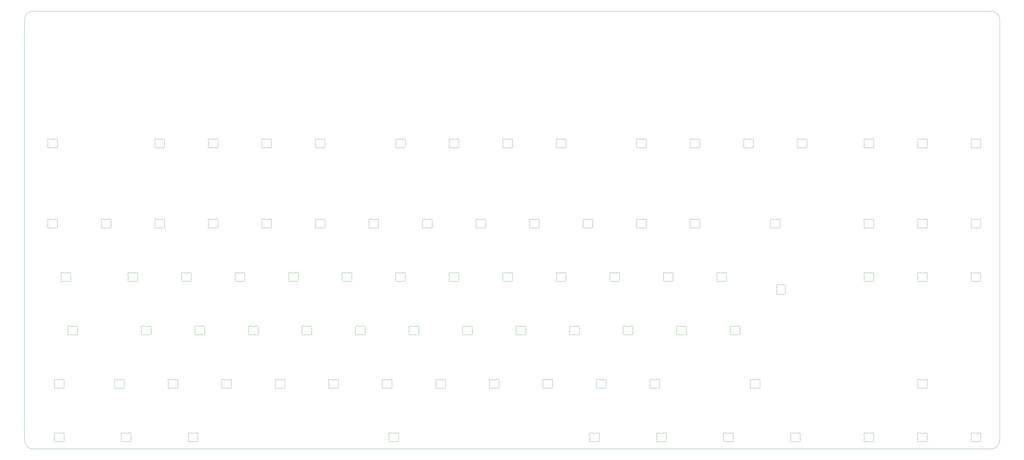
<source format=gm1>
G04 #@! TF.GenerationSoftware,KiCad,Pcbnew,(5.1.10)-1*
G04 #@! TF.CreationDate,2021-10-25T12:05:38+01:00*
G04 #@! TF.ProjectId,ENV_KB_RGB,454e565f-4b42-45f5-9247-422e6b696361,Rev.1*
G04 #@! TF.SameCoordinates,Original*
G04 #@! TF.FileFunction,Profile,NP*
%FSLAX46Y46*%
G04 Gerber Fmt 4.6, Leading zero omitted, Abs format (unit mm)*
G04 Created by KiCad (PCBNEW (5.1.10)-1) date 2021-10-25 12:05:38*
%MOMM*%
%LPD*%
G01*
G04 APERTURE LIST*
G04 #@! TA.AperFunction,Profile*
%ADD10C,0.100000*%
G04 #@! TD*
G04 APERTURE END LIST*
D10*
X307513298Y-159981256D02*
G75*
G02*
X307445000Y-159729000I431702J252256D01*
G01*
X307444999Y-158141000D02*
G75*
G02*
X307513297Y-157888743I500001J0D01*
G01*
X306865123Y-157185485D02*
G75*
G02*
X307513701Y-157888257I216877J-450515D01*
G01*
X306864878Y-157185515D02*
G75*
G02*
X306648000Y-157235000I-216878J450515D01*
G01*
X305241999Y-157234999D02*
G75*
G02*
X305025123Y-157185515I1J499999D01*
G01*
X304376299Y-157888256D02*
G75*
G02*
X305024877Y-157185485I431701J252256D01*
G01*
X304376701Y-157888742D02*
G75*
G02*
X304445000Y-158141000I-431701J-252258D01*
G01*
X304444998Y-159729001D02*
G75*
G02*
X304376699Y-159981258I-499998J1D01*
G01*
X305024877Y-160684517D02*
G75*
G02*
X304376297Y-159981743I-216877J450517D01*
G01*
X305025123Y-160684484D02*
G75*
G02*
X305242000Y-160635000I216877J-450516D01*
G01*
X306648000Y-160634999D02*
G75*
G02*
X306864878Y-160684484I0J-500001D01*
G01*
X307513700Y-159981743D02*
G75*
G02*
X306865123Y-160684514I-431700J-252257D01*
G01*
X307445000Y-158141000D02*
X307445000Y-159729000D01*
X305242000Y-157235000D02*
X306648000Y-157235000D01*
X304445000Y-159729000D02*
X304445000Y-158141000D01*
X306648000Y-160635000D02*
X305242000Y-160635000D01*
X85871745Y-105296299D02*
G75*
G02*
X86574514Y-105944877I252255J-431701D01*
G01*
X86525000Y-106162000D02*
G75*
G02*
X86574484Y-105945123I500000J0D01*
G01*
X86574484Y-107784877D02*
G75*
G02*
X86525000Y-107568000I450516J216877D01*
G01*
X86574515Y-107785122D02*
G75*
G02*
X85871743Y-108433702I-450515J-216878D01*
G01*
X85619500Y-108365001D02*
G75*
G02*
X85871758Y-108433300I0J-499999D01*
G01*
X83778244Y-108433298D02*
G75*
G02*
X84030500Y-108365000I252256J-431702D01*
G01*
X83778255Y-108433702D02*
G75*
G02*
X83075485Y-107785123I-252255J431702D01*
G01*
X83125000Y-107568001D02*
G75*
G02*
X83075515Y-107784878I-500000J1D01*
G01*
X83075515Y-105945122D02*
G75*
G02*
X83125000Y-106162000I-450515J-216878D01*
G01*
X83075485Y-105944878D02*
G75*
G02*
X83778257Y-105296298I450515J216878D01*
G01*
X84030499Y-105365000D02*
G75*
G02*
X83778243Y-105296702I1J500000D01*
G01*
X85871759Y-105296701D02*
G75*
G02*
X85619500Y-105365000I-252259J431701D01*
G01*
X86525000Y-106162000D02*
X86525000Y-107568000D01*
X85619500Y-108365000D02*
X84030500Y-108365000D01*
X83125000Y-107568000D02*
X83125000Y-106162000D01*
X84030500Y-105365000D02*
X85619500Y-105365000D01*
X104921745Y-105296299D02*
G75*
G02*
X105624514Y-105944877I252255J-431701D01*
G01*
X105575000Y-106162000D02*
G75*
G02*
X105624484Y-105945123I500000J0D01*
G01*
X105624484Y-107784877D02*
G75*
G02*
X105575000Y-107568000I450516J216877D01*
G01*
X105624515Y-107785122D02*
G75*
G02*
X104921743Y-108433702I-450515J-216878D01*
G01*
X104669000Y-108365001D02*
G75*
G02*
X104921258Y-108433300I0J-499999D01*
G01*
X102828744Y-108433298D02*
G75*
G02*
X103081000Y-108365000I252256J-431702D01*
G01*
X102828255Y-108433702D02*
G75*
G02*
X102125485Y-107785123I-252255J431702D01*
G01*
X102175000Y-107568001D02*
G75*
G02*
X102125515Y-107784878I-500000J1D01*
G01*
X102125515Y-105945122D02*
G75*
G02*
X102175000Y-106162000I-450515J-216878D01*
G01*
X102125485Y-105944878D02*
G75*
G02*
X102828257Y-105296298I450515J216878D01*
G01*
X103080999Y-105365000D02*
G75*
G02*
X102828743Y-105296702I1J500000D01*
G01*
X104921259Y-105296701D02*
G75*
G02*
X104669000Y-105365000I-252259J431701D01*
G01*
X105575000Y-106162000D02*
X105575000Y-107568000D01*
X104669000Y-108365000D02*
X103081000Y-108365000D01*
X102175000Y-107568000D02*
X102175000Y-106162000D01*
X103081000Y-105365000D02*
X104669000Y-105365000D01*
X123971745Y-105296299D02*
G75*
G02*
X124674514Y-105944877I252255J-431701D01*
G01*
X124625000Y-106162000D02*
G75*
G02*
X124674484Y-105945123I500000J0D01*
G01*
X124674484Y-107784877D02*
G75*
G02*
X124625000Y-107568000I450516J216877D01*
G01*
X124674515Y-107785122D02*
G75*
G02*
X123971743Y-108433702I-450515J-216878D01*
G01*
X123719000Y-108365001D02*
G75*
G02*
X123971258Y-108433300I0J-499999D01*
G01*
X121878744Y-108433298D02*
G75*
G02*
X122131000Y-108365000I252256J-431702D01*
G01*
X121878255Y-108433702D02*
G75*
G02*
X121175485Y-107785123I-252255J431702D01*
G01*
X121225000Y-107568001D02*
G75*
G02*
X121175515Y-107784878I-500000J1D01*
G01*
X121175515Y-105945122D02*
G75*
G02*
X121225000Y-106162000I-450515J-216878D01*
G01*
X121175485Y-105944878D02*
G75*
G02*
X121878257Y-105296298I450515J216878D01*
G01*
X122130999Y-105365000D02*
G75*
G02*
X121878743Y-105296702I1J500000D01*
G01*
X123971259Y-105296701D02*
G75*
G02*
X123719000Y-105365000I-252259J431701D01*
G01*
X124625000Y-106162000D02*
X124625000Y-107568000D01*
X123719000Y-108365000D02*
X122131000Y-108365000D01*
X121225000Y-107568000D02*
X121225000Y-106162000D01*
X122131000Y-105365000D02*
X123719000Y-105365000D01*
X143021745Y-105296299D02*
G75*
G02*
X143724514Y-105944877I252255J-431701D01*
G01*
X143675000Y-106162000D02*
G75*
G02*
X143724484Y-105945123I500000J0D01*
G01*
X143724484Y-107784877D02*
G75*
G02*
X143675000Y-107568000I450516J216877D01*
G01*
X143724515Y-107785122D02*
G75*
G02*
X143021743Y-108433702I-450515J-216878D01*
G01*
X142769000Y-108365001D02*
G75*
G02*
X143021258Y-108433300I0J-499999D01*
G01*
X140928744Y-108433298D02*
G75*
G02*
X141181000Y-108365000I252256J-431702D01*
G01*
X140928255Y-108433702D02*
G75*
G02*
X140225485Y-107785123I-252255J431702D01*
G01*
X140275000Y-107568001D02*
G75*
G02*
X140225515Y-107784878I-500000J1D01*
G01*
X140225515Y-105945122D02*
G75*
G02*
X140275000Y-106162000I-450515J-216878D01*
G01*
X140225485Y-105944878D02*
G75*
G02*
X140928257Y-105296298I450515J216878D01*
G01*
X141180999Y-105365000D02*
G75*
G02*
X140928743Y-105296702I1J500000D01*
G01*
X143021259Y-105296701D02*
G75*
G02*
X142769000Y-105365000I-252259J431701D01*
G01*
X143675000Y-106162000D02*
X143675000Y-107568000D01*
X142769000Y-108365000D02*
X141181000Y-108365000D01*
X140275000Y-107568000D02*
X140275000Y-106162000D01*
X141181000Y-105365000D02*
X142769000Y-105365000D01*
X171596745Y-105296299D02*
G75*
G02*
X172299514Y-105944877I252255J-431701D01*
G01*
X172250000Y-106162000D02*
G75*
G02*
X172299484Y-105945123I500000J0D01*
G01*
X172299484Y-107784877D02*
G75*
G02*
X172250000Y-107568000I450516J216877D01*
G01*
X172299515Y-107785122D02*
G75*
G02*
X171596743Y-108433702I-450515J-216878D01*
G01*
X171344000Y-108365001D02*
G75*
G02*
X171596258Y-108433300I0J-499999D01*
G01*
X169503744Y-108433298D02*
G75*
G02*
X169756000Y-108365000I252256J-431702D01*
G01*
X169503255Y-108433702D02*
G75*
G02*
X168800485Y-107785123I-252255J431702D01*
G01*
X168850000Y-107568001D02*
G75*
G02*
X168800515Y-107784878I-500000J1D01*
G01*
X168800515Y-105945122D02*
G75*
G02*
X168850000Y-106162000I-450515J-216878D01*
G01*
X168800485Y-105944878D02*
G75*
G02*
X169503257Y-105296298I450515J216878D01*
G01*
X169755999Y-105365000D02*
G75*
G02*
X169503743Y-105296702I1J500000D01*
G01*
X171596259Y-105296701D02*
G75*
G02*
X171344000Y-105365000I-252259J431701D01*
G01*
X172250000Y-106162000D02*
X172250000Y-107568000D01*
X171344000Y-108365000D02*
X169756000Y-108365000D01*
X168850000Y-107568000D02*
X168850000Y-106162000D01*
X169756000Y-105365000D02*
X171344000Y-105365000D01*
X190646745Y-105296299D02*
G75*
G02*
X191349514Y-105944877I252255J-431701D01*
G01*
X191300000Y-106162000D02*
G75*
G02*
X191349484Y-105945123I500000J0D01*
G01*
X191349484Y-107784877D02*
G75*
G02*
X191300000Y-107568000I450516J216877D01*
G01*
X191349515Y-107785122D02*
G75*
G02*
X190646743Y-108433702I-450515J-216878D01*
G01*
X190394000Y-108365001D02*
G75*
G02*
X190646258Y-108433300I0J-499999D01*
G01*
X188553744Y-108433298D02*
G75*
G02*
X188806000Y-108365000I252256J-431702D01*
G01*
X188553255Y-108433702D02*
G75*
G02*
X187850485Y-107785123I-252255J431702D01*
G01*
X187900000Y-107568001D02*
G75*
G02*
X187850515Y-107784878I-500000J1D01*
G01*
X187850515Y-105945122D02*
G75*
G02*
X187900000Y-106162000I-450515J-216878D01*
G01*
X187850485Y-105944878D02*
G75*
G02*
X188553257Y-105296298I450515J216878D01*
G01*
X188805999Y-105365000D02*
G75*
G02*
X188553743Y-105296702I1J500000D01*
G01*
X190646259Y-105296701D02*
G75*
G02*
X190394000Y-105365000I-252259J431701D01*
G01*
X191300000Y-106162000D02*
X191300000Y-107568000D01*
X190394000Y-108365000D02*
X188806000Y-108365000D01*
X187900000Y-107568000D02*
X187900000Y-106162000D01*
X188806000Y-105365000D02*
X190394000Y-105365000D01*
X209696745Y-105296299D02*
G75*
G02*
X210399514Y-105944877I252255J-431701D01*
G01*
X210350000Y-106162000D02*
G75*
G02*
X210399484Y-105945123I500000J0D01*
G01*
X210399484Y-107784877D02*
G75*
G02*
X210350000Y-107568000I450516J216877D01*
G01*
X210399515Y-107785122D02*
G75*
G02*
X209696743Y-108433702I-450515J-216878D01*
G01*
X209444000Y-108365001D02*
G75*
G02*
X209696258Y-108433300I0J-499999D01*
G01*
X207603744Y-108433298D02*
G75*
G02*
X207856000Y-108365000I252256J-431702D01*
G01*
X207603255Y-108433702D02*
G75*
G02*
X206900485Y-107785123I-252255J431702D01*
G01*
X206950000Y-107568001D02*
G75*
G02*
X206900515Y-107784878I-500000J1D01*
G01*
X206900515Y-105945122D02*
G75*
G02*
X206950000Y-106162000I-450515J-216878D01*
G01*
X206900485Y-105944878D02*
G75*
G02*
X207603257Y-105296298I450515J216878D01*
G01*
X207855999Y-105365000D02*
G75*
G02*
X207603743Y-105296702I1J500000D01*
G01*
X209696259Y-105296701D02*
G75*
G02*
X209444000Y-105365000I-252259J431701D01*
G01*
X210350000Y-106162000D02*
X210350000Y-107568000D01*
X209444000Y-108365000D02*
X207856000Y-108365000D01*
X206950000Y-107568000D02*
X206950000Y-106162000D01*
X207856000Y-105365000D02*
X209444000Y-105365000D01*
X228746745Y-105296299D02*
G75*
G02*
X229449514Y-105944877I252255J-431701D01*
G01*
X229400000Y-106162000D02*
G75*
G02*
X229449484Y-105945123I500000J0D01*
G01*
X229449484Y-107784877D02*
G75*
G02*
X229400000Y-107568000I450516J216877D01*
G01*
X229449515Y-107785122D02*
G75*
G02*
X228746743Y-108433702I-450515J-216878D01*
G01*
X228494000Y-108365001D02*
G75*
G02*
X228746258Y-108433300I0J-499999D01*
G01*
X226653744Y-108433298D02*
G75*
G02*
X226906000Y-108365000I252256J-431702D01*
G01*
X226653255Y-108433702D02*
G75*
G02*
X225950485Y-107785123I-252255J431702D01*
G01*
X226000000Y-107568001D02*
G75*
G02*
X225950515Y-107784878I-500000J1D01*
G01*
X225950515Y-105945122D02*
G75*
G02*
X226000000Y-106162000I-450515J-216878D01*
G01*
X225950485Y-105944878D02*
G75*
G02*
X226653257Y-105296298I450515J216878D01*
G01*
X226905999Y-105365000D02*
G75*
G02*
X226653743Y-105296702I1J500000D01*
G01*
X228746259Y-105296701D02*
G75*
G02*
X228494000Y-105365000I-252259J431701D01*
G01*
X229400000Y-106162000D02*
X229400000Y-107568000D01*
X228494000Y-108365000D02*
X226906000Y-108365000D01*
X226000000Y-107568000D02*
X226000000Y-106162000D01*
X226906000Y-105365000D02*
X228494000Y-105365000D01*
X257321745Y-105296299D02*
G75*
G02*
X258024514Y-105944877I252255J-431701D01*
G01*
X257975000Y-106162000D02*
G75*
G02*
X258024484Y-105945123I500000J0D01*
G01*
X258024484Y-107784877D02*
G75*
G02*
X257975000Y-107568000I450516J216877D01*
G01*
X258024515Y-107785122D02*
G75*
G02*
X257321743Y-108433702I-450515J-216878D01*
G01*
X257069000Y-108365001D02*
G75*
G02*
X257321258Y-108433300I0J-499999D01*
G01*
X255228744Y-108433298D02*
G75*
G02*
X255481000Y-108365000I252256J-431702D01*
G01*
X255228255Y-108433702D02*
G75*
G02*
X254525485Y-107785123I-252255J431702D01*
G01*
X254575000Y-107568001D02*
G75*
G02*
X254525515Y-107784878I-500000J1D01*
G01*
X254525515Y-105945122D02*
G75*
G02*
X254575000Y-106162000I-450515J-216878D01*
G01*
X254525485Y-105944878D02*
G75*
G02*
X255228257Y-105296298I450515J216878D01*
G01*
X255480999Y-105365000D02*
G75*
G02*
X255228743Y-105296702I1J500000D01*
G01*
X257321259Y-105296701D02*
G75*
G02*
X257069000Y-105365000I-252259J431701D01*
G01*
X257975000Y-106162000D02*
X257975000Y-107568000D01*
X257069000Y-108365000D02*
X255481000Y-108365000D01*
X254575000Y-107568000D02*
X254575000Y-106162000D01*
X255481000Y-105365000D02*
X257069000Y-105365000D01*
X276371745Y-105296299D02*
G75*
G02*
X277074514Y-105944877I252255J-431701D01*
G01*
X277025000Y-106162000D02*
G75*
G02*
X277074484Y-105945123I500000J0D01*
G01*
X277074484Y-107784877D02*
G75*
G02*
X277025000Y-107568000I450516J216877D01*
G01*
X277074515Y-107785122D02*
G75*
G02*
X276371743Y-108433702I-450515J-216878D01*
G01*
X276119000Y-108365001D02*
G75*
G02*
X276371258Y-108433300I0J-499999D01*
G01*
X274278744Y-108433298D02*
G75*
G02*
X274531000Y-108365000I252256J-431702D01*
G01*
X274278255Y-108433702D02*
G75*
G02*
X273575485Y-107785123I-252255J431702D01*
G01*
X273625000Y-107568001D02*
G75*
G02*
X273575515Y-107784878I-500000J1D01*
G01*
X273575515Y-105945122D02*
G75*
G02*
X273625000Y-106162000I-450515J-216878D01*
G01*
X273575485Y-105944878D02*
G75*
G02*
X274278257Y-105296298I450515J216878D01*
G01*
X274530999Y-105365000D02*
G75*
G02*
X274278743Y-105296702I1J500000D01*
G01*
X276371259Y-105296701D02*
G75*
G02*
X276119000Y-105365000I-252259J431701D01*
G01*
X277025000Y-106162000D02*
X277025000Y-107568000D01*
X276119000Y-108365000D02*
X274531000Y-108365000D01*
X273625000Y-107568000D02*
X273625000Y-106162000D01*
X274531000Y-105365000D02*
X276119000Y-105365000D01*
X295421745Y-105296299D02*
G75*
G02*
X296124514Y-105944877I252255J-431701D01*
G01*
X296075000Y-106162000D02*
G75*
G02*
X296124484Y-105945123I500000J0D01*
G01*
X296124484Y-107784877D02*
G75*
G02*
X296075000Y-107568000I450516J216877D01*
G01*
X296124515Y-107785122D02*
G75*
G02*
X295421743Y-108433702I-450515J-216878D01*
G01*
X295169000Y-108365001D02*
G75*
G02*
X295421258Y-108433300I0J-499999D01*
G01*
X293328744Y-108433298D02*
G75*
G02*
X293581000Y-108365000I252256J-431702D01*
G01*
X293328255Y-108433702D02*
G75*
G02*
X292625485Y-107785123I-252255J431702D01*
G01*
X292675000Y-107568001D02*
G75*
G02*
X292625515Y-107784878I-500000J1D01*
G01*
X292625515Y-105945122D02*
G75*
G02*
X292675000Y-106162000I-450515J-216878D01*
G01*
X292625485Y-105944878D02*
G75*
G02*
X293328257Y-105296298I450515J216878D01*
G01*
X293580999Y-105365000D02*
G75*
G02*
X293328743Y-105296702I1J500000D01*
G01*
X295421259Y-105296701D02*
G75*
G02*
X295169000Y-105365000I-252259J431701D01*
G01*
X296075000Y-106162000D02*
X296075000Y-107568000D01*
X295169000Y-108365000D02*
X293581000Y-108365000D01*
X292675000Y-107568000D02*
X292675000Y-106162000D01*
X293581000Y-105365000D02*
X295169000Y-105365000D01*
X314471745Y-105296299D02*
G75*
G02*
X315174514Y-105944877I252255J-431701D01*
G01*
X315125000Y-106162000D02*
G75*
G02*
X315174484Y-105945123I500000J0D01*
G01*
X315174484Y-107784877D02*
G75*
G02*
X315125000Y-107568000I450516J216877D01*
G01*
X315174515Y-107785122D02*
G75*
G02*
X314471743Y-108433702I-450515J-216878D01*
G01*
X314219000Y-108365001D02*
G75*
G02*
X314471258Y-108433300I0J-499999D01*
G01*
X312378744Y-108433298D02*
G75*
G02*
X312631000Y-108365000I252256J-431702D01*
G01*
X312378255Y-108433702D02*
G75*
G02*
X311675485Y-107785123I-252255J431702D01*
G01*
X311725000Y-107568001D02*
G75*
G02*
X311675515Y-107784878I-500000J1D01*
G01*
X311675515Y-105945122D02*
G75*
G02*
X311725000Y-106162000I-450515J-216878D01*
G01*
X311675485Y-105944878D02*
G75*
G02*
X312378257Y-105296298I450515J216878D01*
G01*
X312630999Y-105365000D02*
G75*
G02*
X312378743Y-105296702I1J500000D01*
G01*
X314471259Y-105296701D02*
G75*
G02*
X314219000Y-105365000I-252259J431701D01*
G01*
X315125000Y-106162000D02*
X315125000Y-107568000D01*
X314219000Y-108365000D02*
X312631000Y-108365000D01*
X311725000Y-107568000D02*
X311725000Y-106162000D01*
X312631000Y-105365000D02*
X314219000Y-105365000D01*
X338283745Y-105296299D02*
G75*
G02*
X338986514Y-105944877I252255J-431701D01*
G01*
X338937000Y-106162000D02*
G75*
G02*
X338986484Y-105945123I500000J0D01*
G01*
X338986484Y-107784877D02*
G75*
G02*
X338937000Y-107568000I450516J216877D01*
G01*
X338986515Y-107785122D02*
G75*
G02*
X338283743Y-108433702I-450515J-216878D01*
G01*
X338032000Y-108365001D02*
G75*
G02*
X338284258Y-108433300I0J-499999D01*
G01*
X336190744Y-108433298D02*
G75*
G02*
X336443000Y-108365000I252256J-431702D01*
G01*
X336191255Y-108433702D02*
G75*
G02*
X335488485Y-107785123I-252255J431702D01*
G01*
X335538000Y-107568001D02*
G75*
G02*
X335488515Y-107784878I-500000J1D01*
G01*
X335488515Y-105945122D02*
G75*
G02*
X335538000Y-106162000I-450515J-216878D01*
G01*
X335488485Y-105944878D02*
G75*
G02*
X336191257Y-105296298I450515J216878D01*
G01*
X336442999Y-105365000D02*
G75*
G02*
X336190743Y-105296702I1J500000D01*
G01*
X338284259Y-105296701D02*
G75*
G02*
X338032000Y-105365000I-252259J431701D01*
G01*
X338937000Y-106162000D02*
X338937000Y-107568000D01*
X338032000Y-108365000D02*
X336443000Y-108365000D01*
X335538000Y-107568000D02*
X335538000Y-106162000D01*
X336443000Y-105365000D02*
X338032000Y-105365000D01*
X357333745Y-105296299D02*
G75*
G02*
X358036514Y-105944877I252255J-431701D01*
G01*
X357987000Y-106162000D02*
G75*
G02*
X358036484Y-105945123I500000J0D01*
G01*
X358036484Y-107784877D02*
G75*
G02*
X357987000Y-107568000I450516J216877D01*
G01*
X358036515Y-107785122D02*
G75*
G02*
X357333743Y-108433702I-450515J-216878D01*
G01*
X357082000Y-108365001D02*
G75*
G02*
X357334258Y-108433300I0J-499999D01*
G01*
X355240744Y-108433298D02*
G75*
G02*
X355493000Y-108365000I252256J-431702D01*
G01*
X355241255Y-108433702D02*
G75*
G02*
X354538485Y-107785123I-252255J431702D01*
G01*
X354588000Y-107568001D02*
G75*
G02*
X354538515Y-107784878I-500000J1D01*
G01*
X354538515Y-105945122D02*
G75*
G02*
X354588000Y-106162000I-450515J-216878D01*
G01*
X354538485Y-105944878D02*
G75*
G02*
X355241257Y-105296298I450515J216878D01*
G01*
X355492999Y-105365000D02*
G75*
G02*
X355240743Y-105296702I1J500000D01*
G01*
X357334259Y-105296701D02*
G75*
G02*
X357082000Y-105365000I-252259J431701D01*
G01*
X357987000Y-106162000D02*
X357987000Y-107568000D01*
X357082000Y-108365000D02*
X355493000Y-108365000D01*
X354588000Y-107568000D02*
X354588000Y-106162000D01*
X355493000Y-105365000D02*
X357082000Y-105365000D01*
X376383745Y-105296299D02*
G75*
G02*
X377086514Y-105944877I252255J-431701D01*
G01*
X377037000Y-106162000D02*
G75*
G02*
X377086484Y-105945123I500000J0D01*
G01*
X377086484Y-107784877D02*
G75*
G02*
X377037000Y-107568000I450516J216877D01*
G01*
X377086515Y-107785122D02*
G75*
G02*
X376383743Y-108433702I-450515J-216878D01*
G01*
X376132000Y-108365001D02*
G75*
G02*
X376384258Y-108433300I0J-499999D01*
G01*
X374290744Y-108433298D02*
G75*
G02*
X374543000Y-108365000I252256J-431702D01*
G01*
X374291255Y-108433702D02*
G75*
G02*
X373588485Y-107785123I-252255J431702D01*
G01*
X373638000Y-107568001D02*
G75*
G02*
X373588515Y-107784878I-500000J1D01*
G01*
X373588515Y-105945122D02*
G75*
G02*
X373638000Y-106162000I-450515J-216878D01*
G01*
X373588485Y-105944878D02*
G75*
G02*
X374291257Y-105296298I450515J216878D01*
G01*
X374542999Y-105365000D02*
G75*
G02*
X374290743Y-105296702I1J500000D01*
G01*
X376384259Y-105296701D02*
G75*
G02*
X376132000Y-105365000I-252259J431701D01*
G01*
X377037000Y-106162000D02*
X377037000Y-107568000D01*
X376132000Y-108365000D02*
X374543000Y-108365000D01*
X373638000Y-107568000D02*
X373638000Y-106162000D01*
X374543000Y-105365000D02*
X376132000Y-105365000D01*
X47771745Y-133871299D02*
G75*
G02*
X48474514Y-134519877I252255J-431701D01*
G01*
X48425000Y-134737000D02*
G75*
G02*
X48474484Y-134520123I500000J0D01*
G01*
X48474484Y-136359877D02*
G75*
G02*
X48425000Y-136143000I450516J216877D01*
G01*
X48474515Y-136360122D02*
G75*
G02*
X47771743Y-137008702I-450515J-216878D01*
G01*
X47519500Y-136940001D02*
G75*
G02*
X47771758Y-137008300I0J-499999D01*
G01*
X45678244Y-137008298D02*
G75*
G02*
X45930500Y-136940000I252256J-431702D01*
G01*
X45678255Y-137008702D02*
G75*
G02*
X44975485Y-136360123I-252255J431702D01*
G01*
X45025000Y-136143001D02*
G75*
G02*
X44975515Y-136359878I-500000J1D01*
G01*
X44975515Y-134520122D02*
G75*
G02*
X45025000Y-134737000I-450515J-216878D01*
G01*
X44975485Y-134519878D02*
G75*
G02*
X45678257Y-133871298I450515J216878D01*
G01*
X45930499Y-133940000D02*
G75*
G02*
X45678243Y-133871702I1J500000D01*
G01*
X47771759Y-133871701D02*
G75*
G02*
X47519500Y-133940000I-252259J431701D01*
G01*
X48425000Y-134737000D02*
X48425000Y-136143000D01*
X47519500Y-136940000D02*
X45930500Y-136940000D01*
X45025000Y-136143000D02*
X45025000Y-134737000D01*
X45930500Y-133940000D02*
X47519500Y-133940000D01*
X66821745Y-133871299D02*
G75*
G02*
X67524514Y-134519877I252255J-431701D01*
G01*
X67475000Y-134737000D02*
G75*
G02*
X67524484Y-134520123I500000J0D01*
G01*
X67524484Y-136359877D02*
G75*
G02*
X67475000Y-136143000I450516J216877D01*
G01*
X67524515Y-136360122D02*
G75*
G02*
X66821743Y-137008702I-450515J-216878D01*
G01*
X66569500Y-136940001D02*
G75*
G02*
X66821758Y-137008300I0J-499999D01*
G01*
X64728244Y-137008298D02*
G75*
G02*
X64980500Y-136940000I252256J-431702D01*
G01*
X64728255Y-137008702D02*
G75*
G02*
X64025485Y-136360123I-252255J431702D01*
G01*
X64075000Y-136143001D02*
G75*
G02*
X64025515Y-136359878I-500000J1D01*
G01*
X64025515Y-134520122D02*
G75*
G02*
X64075000Y-134737000I-450515J-216878D01*
G01*
X64025485Y-134519878D02*
G75*
G02*
X64728257Y-133871298I450515J216878D01*
G01*
X64980499Y-133940000D02*
G75*
G02*
X64728243Y-133871702I1J500000D01*
G01*
X66821759Y-133871701D02*
G75*
G02*
X66569500Y-133940000I-252259J431701D01*
G01*
X67475000Y-134737000D02*
X67475000Y-136143000D01*
X66569500Y-136940000D02*
X64980500Y-136940000D01*
X64075000Y-136143000D02*
X64075000Y-134737000D01*
X64980500Y-133940000D02*
X66569500Y-133940000D01*
X85871745Y-133871299D02*
G75*
G02*
X86574514Y-134519877I252255J-431701D01*
G01*
X86525000Y-134737000D02*
G75*
G02*
X86574484Y-134520123I500000J0D01*
G01*
X86574484Y-136359877D02*
G75*
G02*
X86525000Y-136143000I450516J216877D01*
G01*
X86574515Y-136360122D02*
G75*
G02*
X85871743Y-137008702I-450515J-216878D01*
G01*
X85619500Y-136940001D02*
G75*
G02*
X85871758Y-137008300I0J-499999D01*
G01*
X83778244Y-137008298D02*
G75*
G02*
X84030500Y-136940000I252256J-431702D01*
G01*
X83778255Y-137008702D02*
G75*
G02*
X83075485Y-136360123I-252255J431702D01*
G01*
X83125000Y-136143001D02*
G75*
G02*
X83075515Y-136359878I-500000J1D01*
G01*
X83075515Y-134520122D02*
G75*
G02*
X83125000Y-134737000I-450515J-216878D01*
G01*
X83075485Y-134519878D02*
G75*
G02*
X83778257Y-133871298I450515J216878D01*
G01*
X84030499Y-133940000D02*
G75*
G02*
X83778243Y-133871702I1J500000D01*
G01*
X85871759Y-133871701D02*
G75*
G02*
X85619500Y-133940000I-252259J431701D01*
G01*
X86525000Y-134737000D02*
X86525000Y-136143000D01*
X85619500Y-136940000D02*
X84030500Y-136940000D01*
X83125000Y-136143000D02*
X83125000Y-134737000D01*
X84030500Y-133940000D02*
X85619500Y-133940000D01*
X104921745Y-133871299D02*
G75*
G02*
X105624514Y-134519877I252255J-431701D01*
G01*
X105575000Y-134737000D02*
G75*
G02*
X105624484Y-134520123I500000J0D01*
G01*
X105624484Y-136359877D02*
G75*
G02*
X105575000Y-136143000I450516J216877D01*
G01*
X105624515Y-136360122D02*
G75*
G02*
X104921743Y-137008702I-450515J-216878D01*
G01*
X104669000Y-136940001D02*
G75*
G02*
X104921258Y-137008300I0J-499999D01*
G01*
X102828744Y-137008298D02*
G75*
G02*
X103081000Y-136940000I252256J-431702D01*
G01*
X102828255Y-137008702D02*
G75*
G02*
X102125485Y-136360123I-252255J431702D01*
G01*
X102175000Y-136143001D02*
G75*
G02*
X102125515Y-136359878I-500000J1D01*
G01*
X102125515Y-134520122D02*
G75*
G02*
X102175000Y-134737000I-450515J-216878D01*
G01*
X102125485Y-134519878D02*
G75*
G02*
X102828257Y-133871298I450515J216878D01*
G01*
X103080999Y-133940000D02*
G75*
G02*
X102828743Y-133871702I1J500000D01*
G01*
X104921259Y-133871701D02*
G75*
G02*
X104669000Y-133940000I-252259J431701D01*
G01*
X105575000Y-134737000D02*
X105575000Y-136143000D01*
X104669000Y-136940000D02*
X103081000Y-136940000D01*
X102175000Y-136143000D02*
X102175000Y-134737000D01*
X103081000Y-133940000D02*
X104669000Y-133940000D01*
X123971745Y-133871299D02*
G75*
G02*
X124674514Y-134519877I252255J-431701D01*
G01*
X124625000Y-134737000D02*
G75*
G02*
X124674484Y-134520123I500000J0D01*
G01*
X124674484Y-136359877D02*
G75*
G02*
X124625000Y-136143000I450516J216877D01*
G01*
X124674515Y-136360122D02*
G75*
G02*
X123971743Y-137008702I-450515J-216878D01*
G01*
X123719000Y-136940001D02*
G75*
G02*
X123971258Y-137008300I0J-499999D01*
G01*
X121878744Y-137008298D02*
G75*
G02*
X122131000Y-136940000I252256J-431702D01*
G01*
X121878255Y-137008702D02*
G75*
G02*
X121175485Y-136360123I-252255J431702D01*
G01*
X121225000Y-136143001D02*
G75*
G02*
X121175515Y-136359878I-500000J1D01*
G01*
X121175515Y-134520122D02*
G75*
G02*
X121225000Y-134737000I-450515J-216878D01*
G01*
X121175485Y-134519878D02*
G75*
G02*
X121878257Y-133871298I450515J216878D01*
G01*
X122130999Y-133940000D02*
G75*
G02*
X121878743Y-133871702I1J500000D01*
G01*
X123971259Y-133871701D02*
G75*
G02*
X123719000Y-133940000I-252259J431701D01*
G01*
X124625000Y-134737000D02*
X124625000Y-136143000D01*
X123719000Y-136940000D02*
X122131000Y-136940000D01*
X121225000Y-136143000D02*
X121225000Y-134737000D01*
X122131000Y-133940000D02*
X123719000Y-133940000D01*
X143021745Y-133871299D02*
G75*
G02*
X143724514Y-134519877I252255J-431701D01*
G01*
X143675000Y-134737000D02*
G75*
G02*
X143724484Y-134520123I500000J0D01*
G01*
X143724484Y-136359877D02*
G75*
G02*
X143675000Y-136143000I450516J216877D01*
G01*
X143724515Y-136360122D02*
G75*
G02*
X143021743Y-137008702I-450515J-216878D01*
G01*
X142769000Y-136940001D02*
G75*
G02*
X143021258Y-137008300I0J-499999D01*
G01*
X140928744Y-137008298D02*
G75*
G02*
X141181000Y-136940000I252256J-431702D01*
G01*
X140928255Y-137008702D02*
G75*
G02*
X140225485Y-136360123I-252255J431702D01*
G01*
X140275000Y-136143001D02*
G75*
G02*
X140225515Y-136359878I-500000J1D01*
G01*
X140225515Y-134520122D02*
G75*
G02*
X140275000Y-134737000I-450515J-216878D01*
G01*
X140225485Y-134519878D02*
G75*
G02*
X140928257Y-133871298I450515J216878D01*
G01*
X141180999Y-133940000D02*
G75*
G02*
X140928743Y-133871702I1J500000D01*
G01*
X143021259Y-133871701D02*
G75*
G02*
X142769000Y-133940000I-252259J431701D01*
G01*
X143675000Y-134737000D02*
X143675000Y-136143000D01*
X142769000Y-136940000D02*
X141181000Y-136940000D01*
X140275000Y-136143000D02*
X140275000Y-134737000D01*
X141181000Y-133940000D02*
X142769000Y-133940000D01*
X162071745Y-133871299D02*
G75*
G02*
X162774514Y-134519877I252255J-431701D01*
G01*
X162725000Y-134737000D02*
G75*
G02*
X162774484Y-134520123I500000J0D01*
G01*
X162774484Y-136359877D02*
G75*
G02*
X162725000Y-136143000I450516J216877D01*
G01*
X162774515Y-136360122D02*
G75*
G02*
X162071743Y-137008702I-450515J-216878D01*
G01*
X161819000Y-136940001D02*
G75*
G02*
X162071258Y-137008300I0J-499999D01*
G01*
X159978744Y-137008298D02*
G75*
G02*
X160231000Y-136940000I252256J-431702D01*
G01*
X159978255Y-137008702D02*
G75*
G02*
X159275485Y-136360123I-252255J431702D01*
G01*
X159325000Y-136143001D02*
G75*
G02*
X159275515Y-136359878I-500000J1D01*
G01*
X159275515Y-134520122D02*
G75*
G02*
X159325000Y-134737000I-450515J-216878D01*
G01*
X159275485Y-134519878D02*
G75*
G02*
X159978257Y-133871298I450515J216878D01*
G01*
X160230999Y-133940000D02*
G75*
G02*
X159978743Y-133871702I1J500000D01*
G01*
X162071259Y-133871701D02*
G75*
G02*
X161819000Y-133940000I-252259J431701D01*
G01*
X162725000Y-134737000D02*
X162725000Y-136143000D01*
X161819000Y-136940000D02*
X160231000Y-136940000D01*
X159325000Y-136143000D02*
X159325000Y-134737000D01*
X160231000Y-133940000D02*
X161819000Y-133940000D01*
X181121745Y-133871299D02*
G75*
G02*
X181824514Y-134519877I252255J-431701D01*
G01*
X181775000Y-134737000D02*
G75*
G02*
X181824484Y-134520123I500000J0D01*
G01*
X181824484Y-136359877D02*
G75*
G02*
X181775000Y-136143000I450516J216877D01*
G01*
X181824515Y-136360122D02*
G75*
G02*
X181121743Y-137008702I-450515J-216878D01*
G01*
X180869000Y-136940001D02*
G75*
G02*
X181121258Y-137008300I0J-499999D01*
G01*
X179028744Y-137008298D02*
G75*
G02*
X179281000Y-136940000I252256J-431702D01*
G01*
X179028255Y-137008702D02*
G75*
G02*
X178325485Y-136360123I-252255J431702D01*
G01*
X178375000Y-136143001D02*
G75*
G02*
X178325515Y-136359878I-500000J1D01*
G01*
X178325515Y-134520122D02*
G75*
G02*
X178375000Y-134737000I-450515J-216878D01*
G01*
X178325485Y-134519878D02*
G75*
G02*
X179028257Y-133871298I450515J216878D01*
G01*
X179280999Y-133940000D02*
G75*
G02*
X179028743Y-133871702I1J500000D01*
G01*
X181121259Y-133871701D02*
G75*
G02*
X180869000Y-133940000I-252259J431701D01*
G01*
X181775000Y-134737000D02*
X181775000Y-136143000D01*
X180869000Y-136940000D02*
X179281000Y-136940000D01*
X178375000Y-136143000D02*
X178375000Y-134737000D01*
X179281000Y-133940000D02*
X180869000Y-133940000D01*
X200171745Y-133871299D02*
G75*
G02*
X200874514Y-134519877I252255J-431701D01*
G01*
X200825000Y-134737000D02*
G75*
G02*
X200874484Y-134520123I500000J0D01*
G01*
X200874484Y-136359877D02*
G75*
G02*
X200825000Y-136143000I450516J216877D01*
G01*
X200874515Y-136360122D02*
G75*
G02*
X200171743Y-137008702I-450515J-216878D01*
G01*
X199919000Y-136940001D02*
G75*
G02*
X200171258Y-137008300I0J-499999D01*
G01*
X198078744Y-137008298D02*
G75*
G02*
X198331000Y-136940000I252256J-431702D01*
G01*
X198078255Y-137008702D02*
G75*
G02*
X197375485Y-136360123I-252255J431702D01*
G01*
X197425000Y-136143001D02*
G75*
G02*
X197375515Y-136359878I-500000J1D01*
G01*
X197375515Y-134520122D02*
G75*
G02*
X197425000Y-134737000I-450515J-216878D01*
G01*
X197375485Y-134519878D02*
G75*
G02*
X198078257Y-133871298I450515J216878D01*
G01*
X198330999Y-133940000D02*
G75*
G02*
X198078743Y-133871702I1J500000D01*
G01*
X200171259Y-133871701D02*
G75*
G02*
X199919000Y-133940000I-252259J431701D01*
G01*
X200825000Y-134737000D02*
X200825000Y-136143000D01*
X199919000Y-136940000D02*
X198331000Y-136940000D01*
X197425000Y-136143000D02*
X197425000Y-134737000D01*
X198331000Y-133940000D02*
X199919000Y-133940000D01*
X219221745Y-133871299D02*
G75*
G02*
X219924514Y-134519877I252255J-431701D01*
G01*
X219875000Y-134737000D02*
G75*
G02*
X219924484Y-134520123I500000J0D01*
G01*
X219924484Y-136359877D02*
G75*
G02*
X219875000Y-136143000I450516J216877D01*
G01*
X219924515Y-136360122D02*
G75*
G02*
X219221743Y-137008702I-450515J-216878D01*
G01*
X218969000Y-136940001D02*
G75*
G02*
X219221258Y-137008300I0J-499999D01*
G01*
X217128744Y-137008298D02*
G75*
G02*
X217381000Y-136940000I252256J-431702D01*
G01*
X217128255Y-137008702D02*
G75*
G02*
X216425485Y-136360123I-252255J431702D01*
G01*
X216475000Y-136143001D02*
G75*
G02*
X216425515Y-136359878I-500000J1D01*
G01*
X216425515Y-134520122D02*
G75*
G02*
X216475000Y-134737000I-450515J-216878D01*
G01*
X216425485Y-134519878D02*
G75*
G02*
X217128257Y-133871298I450515J216878D01*
G01*
X217380999Y-133940000D02*
G75*
G02*
X217128743Y-133871702I1J500000D01*
G01*
X219221259Y-133871701D02*
G75*
G02*
X218969000Y-133940000I-252259J431701D01*
G01*
X219875000Y-134737000D02*
X219875000Y-136143000D01*
X218969000Y-136940000D02*
X217381000Y-136940000D01*
X216475000Y-136143000D02*
X216475000Y-134737000D01*
X217381000Y-133940000D02*
X218969000Y-133940000D01*
X238271745Y-133871299D02*
G75*
G02*
X238974514Y-134519877I252255J-431701D01*
G01*
X238925000Y-134737000D02*
G75*
G02*
X238974484Y-134520123I500000J0D01*
G01*
X238974484Y-136359877D02*
G75*
G02*
X238925000Y-136143000I450516J216877D01*
G01*
X238974515Y-136360122D02*
G75*
G02*
X238271743Y-137008702I-450515J-216878D01*
G01*
X238019000Y-136940001D02*
G75*
G02*
X238271258Y-137008300I0J-499999D01*
G01*
X236178744Y-137008298D02*
G75*
G02*
X236431000Y-136940000I252256J-431702D01*
G01*
X236178255Y-137008702D02*
G75*
G02*
X235475485Y-136360123I-252255J431702D01*
G01*
X235525000Y-136143001D02*
G75*
G02*
X235475515Y-136359878I-500000J1D01*
G01*
X235475515Y-134520122D02*
G75*
G02*
X235525000Y-134737000I-450515J-216878D01*
G01*
X235475485Y-134519878D02*
G75*
G02*
X236178257Y-133871298I450515J216878D01*
G01*
X236430999Y-133940000D02*
G75*
G02*
X236178743Y-133871702I1J500000D01*
G01*
X238271259Y-133871701D02*
G75*
G02*
X238019000Y-133940000I-252259J431701D01*
G01*
X238925000Y-134737000D02*
X238925000Y-136143000D01*
X238019000Y-136940000D02*
X236431000Y-136940000D01*
X235525000Y-136143000D02*
X235525000Y-134737000D01*
X236431000Y-133940000D02*
X238019000Y-133940000D01*
X257321745Y-133871299D02*
G75*
G02*
X258024514Y-134519877I252255J-431701D01*
G01*
X257975000Y-134737000D02*
G75*
G02*
X258024484Y-134520123I500000J0D01*
G01*
X258024484Y-136359877D02*
G75*
G02*
X257975000Y-136143000I450516J216877D01*
G01*
X258024515Y-136360122D02*
G75*
G02*
X257321743Y-137008702I-450515J-216878D01*
G01*
X257069000Y-136940001D02*
G75*
G02*
X257321258Y-137008300I0J-499999D01*
G01*
X255228744Y-137008298D02*
G75*
G02*
X255481000Y-136940000I252256J-431702D01*
G01*
X255228255Y-137008702D02*
G75*
G02*
X254525485Y-136360123I-252255J431702D01*
G01*
X254575000Y-136143001D02*
G75*
G02*
X254525515Y-136359878I-500000J1D01*
G01*
X254525515Y-134520122D02*
G75*
G02*
X254575000Y-134737000I-450515J-216878D01*
G01*
X254525485Y-134519878D02*
G75*
G02*
X255228257Y-133871298I450515J216878D01*
G01*
X255480999Y-133940000D02*
G75*
G02*
X255228743Y-133871702I1J500000D01*
G01*
X257321259Y-133871701D02*
G75*
G02*
X257069000Y-133940000I-252259J431701D01*
G01*
X257975000Y-134737000D02*
X257975000Y-136143000D01*
X257069000Y-136940000D02*
X255481000Y-136940000D01*
X254575000Y-136143000D02*
X254575000Y-134737000D01*
X255481000Y-133940000D02*
X257069000Y-133940000D01*
X276371745Y-133871299D02*
G75*
G02*
X277074514Y-134519877I252255J-431701D01*
G01*
X277025000Y-134737000D02*
G75*
G02*
X277074484Y-134520123I500000J0D01*
G01*
X277074484Y-136359877D02*
G75*
G02*
X277025000Y-136143000I450516J216877D01*
G01*
X277074515Y-136360122D02*
G75*
G02*
X276371743Y-137008702I-450515J-216878D01*
G01*
X276119000Y-136940001D02*
G75*
G02*
X276371258Y-137008300I0J-499999D01*
G01*
X274278744Y-137008298D02*
G75*
G02*
X274531000Y-136940000I252256J-431702D01*
G01*
X274278255Y-137008702D02*
G75*
G02*
X273575485Y-136360123I-252255J431702D01*
G01*
X273625000Y-136143001D02*
G75*
G02*
X273575515Y-136359878I-500000J1D01*
G01*
X273575515Y-134520122D02*
G75*
G02*
X273625000Y-134737000I-450515J-216878D01*
G01*
X273575485Y-134519878D02*
G75*
G02*
X274278257Y-133871298I450515J216878D01*
G01*
X274530999Y-133940000D02*
G75*
G02*
X274278743Y-133871702I1J500000D01*
G01*
X276371259Y-133871701D02*
G75*
G02*
X276119000Y-133940000I-252259J431701D01*
G01*
X277025000Y-134737000D02*
X277025000Y-136143000D01*
X276119000Y-136940000D02*
X274531000Y-136940000D01*
X273625000Y-136143000D02*
X273625000Y-134737000D01*
X274531000Y-133940000D02*
X276119000Y-133940000D01*
X304946745Y-133871299D02*
G75*
G02*
X305649514Y-134519877I252255J-431701D01*
G01*
X305600000Y-134737000D02*
G75*
G02*
X305649484Y-134520123I500000J0D01*
G01*
X305649484Y-136359877D02*
G75*
G02*
X305600000Y-136143000I450516J216877D01*
G01*
X305649515Y-136360122D02*
G75*
G02*
X304946743Y-137008702I-450515J-216878D01*
G01*
X304694000Y-136940001D02*
G75*
G02*
X304946258Y-137008300I0J-499999D01*
G01*
X302853744Y-137008298D02*
G75*
G02*
X303106000Y-136940000I252256J-431702D01*
G01*
X302853255Y-137008702D02*
G75*
G02*
X302150485Y-136360123I-252255J431702D01*
G01*
X302200000Y-136143001D02*
G75*
G02*
X302150515Y-136359878I-500000J1D01*
G01*
X302150515Y-134520122D02*
G75*
G02*
X302200000Y-134737000I-450515J-216878D01*
G01*
X302150485Y-134519878D02*
G75*
G02*
X302853257Y-133871298I450515J216878D01*
G01*
X303105999Y-133940000D02*
G75*
G02*
X302853743Y-133871702I1J500000D01*
G01*
X304946259Y-133871701D02*
G75*
G02*
X304694000Y-133940000I-252259J431701D01*
G01*
X305600000Y-134737000D02*
X305600000Y-136143000D01*
X304694000Y-136940000D02*
X303106000Y-136940000D01*
X302200000Y-136143000D02*
X302200000Y-134737000D01*
X303106000Y-133940000D02*
X304694000Y-133940000D01*
X338283745Y-133871299D02*
G75*
G02*
X338986514Y-134519877I252255J-431701D01*
G01*
X338937000Y-134737000D02*
G75*
G02*
X338986484Y-134520123I500000J0D01*
G01*
X338986484Y-136359877D02*
G75*
G02*
X338937000Y-136143000I450516J216877D01*
G01*
X338986515Y-136360122D02*
G75*
G02*
X338283743Y-137008702I-450515J-216878D01*
G01*
X338032000Y-136940001D02*
G75*
G02*
X338284258Y-137008300I0J-499999D01*
G01*
X336190744Y-137008298D02*
G75*
G02*
X336443000Y-136940000I252256J-431702D01*
G01*
X336191255Y-137008702D02*
G75*
G02*
X335488485Y-136360123I-252255J431702D01*
G01*
X335538000Y-136143001D02*
G75*
G02*
X335488515Y-136359878I-500000J1D01*
G01*
X335488515Y-134520122D02*
G75*
G02*
X335538000Y-134737000I-450515J-216878D01*
G01*
X335488485Y-134519878D02*
G75*
G02*
X336191257Y-133871298I450515J216878D01*
G01*
X336442999Y-133940000D02*
G75*
G02*
X336190743Y-133871702I1J500000D01*
G01*
X338284259Y-133871701D02*
G75*
G02*
X338032000Y-133940000I-252259J431701D01*
G01*
X338937000Y-134737000D02*
X338937000Y-136143000D01*
X338032000Y-136940000D02*
X336443000Y-136940000D01*
X335538000Y-136143000D02*
X335538000Y-134737000D01*
X336443000Y-133940000D02*
X338032000Y-133940000D01*
X357333745Y-133871299D02*
G75*
G02*
X358036514Y-134519877I252255J-431701D01*
G01*
X357987000Y-134737000D02*
G75*
G02*
X358036484Y-134520123I500000J0D01*
G01*
X358036484Y-136359877D02*
G75*
G02*
X357987000Y-136143000I450516J216877D01*
G01*
X358036515Y-136360122D02*
G75*
G02*
X357333743Y-137008702I-450515J-216878D01*
G01*
X357082000Y-136940001D02*
G75*
G02*
X357334258Y-137008300I0J-499999D01*
G01*
X355240744Y-137008298D02*
G75*
G02*
X355493000Y-136940000I252256J-431702D01*
G01*
X355241255Y-137008702D02*
G75*
G02*
X354538485Y-136360123I-252255J431702D01*
G01*
X354588000Y-136143001D02*
G75*
G02*
X354538515Y-136359878I-500000J1D01*
G01*
X354538515Y-134520122D02*
G75*
G02*
X354588000Y-134737000I-450515J-216878D01*
G01*
X354538485Y-134519878D02*
G75*
G02*
X355241257Y-133871298I450515J216878D01*
G01*
X355492999Y-133940000D02*
G75*
G02*
X355240743Y-133871702I1J500000D01*
G01*
X357334259Y-133871701D02*
G75*
G02*
X357082000Y-133940000I-252259J431701D01*
G01*
X357987000Y-134737000D02*
X357987000Y-136143000D01*
X357082000Y-136940000D02*
X355493000Y-136940000D01*
X354588000Y-136143000D02*
X354588000Y-134737000D01*
X355493000Y-133940000D02*
X357082000Y-133940000D01*
X376383745Y-133871299D02*
G75*
G02*
X377086514Y-134519877I252255J-431701D01*
G01*
X377037000Y-134737000D02*
G75*
G02*
X377086484Y-134520123I500000J0D01*
G01*
X377086484Y-136359877D02*
G75*
G02*
X377037000Y-136143000I450516J216877D01*
G01*
X377086515Y-136360122D02*
G75*
G02*
X376383743Y-137008702I-450515J-216878D01*
G01*
X376132000Y-136940001D02*
G75*
G02*
X376384258Y-137008300I0J-499999D01*
G01*
X374290744Y-137008298D02*
G75*
G02*
X374543000Y-136940000I252256J-431702D01*
G01*
X374291255Y-137008702D02*
G75*
G02*
X373588485Y-136360123I-252255J431702D01*
G01*
X373638000Y-136143001D02*
G75*
G02*
X373588515Y-136359878I-500000J1D01*
G01*
X373588515Y-134520122D02*
G75*
G02*
X373638000Y-134737000I-450515J-216878D01*
G01*
X373588485Y-134519878D02*
G75*
G02*
X374291257Y-133871298I450515J216878D01*
G01*
X374542999Y-133940000D02*
G75*
G02*
X374290743Y-133871702I1J500000D01*
G01*
X376384259Y-133871701D02*
G75*
G02*
X376132000Y-133940000I-252259J431701D01*
G01*
X377037000Y-134737000D02*
X377037000Y-136143000D01*
X376132000Y-136940000D02*
X374543000Y-136940000D01*
X373638000Y-136143000D02*
X373638000Y-134737000D01*
X374543000Y-133940000D02*
X376132000Y-133940000D01*
X52534245Y-152921299D02*
G75*
G02*
X53237014Y-153569877I252255J-431701D01*
G01*
X53187500Y-153787000D02*
G75*
G02*
X53236984Y-153570123I500000J0D01*
G01*
X53236984Y-155409877D02*
G75*
G02*
X53187500Y-155193000I450516J216877D01*
G01*
X53237015Y-155410122D02*
G75*
G02*
X52534243Y-156058702I-450515J-216878D01*
G01*
X52282000Y-155990001D02*
G75*
G02*
X52534258Y-156058300I0J-499999D01*
G01*
X50440744Y-156058298D02*
G75*
G02*
X50693000Y-155990000I252256J-431702D01*
G01*
X50440755Y-156058702D02*
G75*
G02*
X49737985Y-155410123I-252255J431702D01*
G01*
X49787500Y-155193001D02*
G75*
G02*
X49738015Y-155409878I-500000J1D01*
G01*
X49738015Y-153570122D02*
G75*
G02*
X49787500Y-153787000I-450515J-216878D01*
G01*
X49737985Y-153569878D02*
G75*
G02*
X50440757Y-152921298I450515J216878D01*
G01*
X50692999Y-152990000D02*
G75*
G02*
X50440743Y-152921702I1J500000D01*
G01*
X52534259Y-152921701D02*
G75*
G02*
X52282000Y-152990000I-252259J431701D01*
G01*
X53187500Y-153787000D02*
X53187500Y-155193000D01*
X52282000Y-155990000D02*
X50693000Y-155990000D01*
X49787500Y-155193000D02*
X49787500Y-153787000D01*
X50693000Y-152990000D02*
X52282000Y-152990000D01*
X76346745Y-152921299D02*
G75*
G02*
X77049514Y-153569877I252255J-431701D01*
G01*
X77000000Y-153787000D02*
G75*
G02*
X77049484Y-153570123I500000J0D01*
G01*
X77049484Y-155409877D02*
G75*
G02*
X77000000Y-155193000I450516J216877D01*
G01*
X77049515Y-155410122D02*
G75*
G02*
X76346743Y-156058702I-450515J-216878D01*
G01*
X76094500Y-155990001D02*
G75*
G02*
X76346758Y-156058300I0J-499999D01*
G01*
X74253244Y-156058298D02*
G75*
G02*
X74505500Y-155990000I252256J-431702D01*
G01*
X74253255Y-156058702D02*
G75*
G02*
X73550485Y-155410123I-252255J431702D01*
G01*
X73600000Y-155193001D02*
G75*
G02*
X73550515Y-155409878I-500000J1D01*
G01*
X73550515Y-153570122D02*
G75*
G02*
X73600000Y-153787000I-450515J-216878D01*
G01*
X73550485Y-153569878D02*
G75*
G02*
X74253257Y-152921298I450515J216878D01*
G01*
X74505499Y-152990000D02*
G75*
G02*
X74253243Y-152921702I1J500000D01*
G01*
X76346759Y-152921701D02*
G75*
G02*
X76094500Y-152990000I-252259J431701D01*
G01*
X77000000Y-153787000D02*
X77000000Y-155193000D01*
X76094500Y-155990000D02*
X74505500Y-155990000D01*
X73600000Y-155193000D02*
X73600000Y-153787000D01*
X74505500Y-152990000D02*
X76094500Y-152990000D01*
X95396745Y-152921299D02*
G75*
G02*
X96099514Y-153569877I252255J-431701D01*
G01*
X96050000Y-153787000D02*
G75*
G02*
X96099484Y-153570123I500000J0D01*
G01*
X96099484Y-155409877D02*
G75*
G02*
X96050000Y-155193000I450516J216877D01*
G01*
X96099515Y-155410122D02*
G75*
G02*
X95396743Y-156058702I-450515J-216878D01*
G01*
X95144500Y-155990001D02*
G75*
G02*
X95396758Y-156058300I0J-499999D01*
G01*
X93303244Y-156058298D02*
G75*
G02*
X93555500Y-155990000I252256J-431702D01*
G01*
X93303255Y-156058702D02*
G75*
G02*
X92600485Y-155410123I-252255J431702D01*
G01*
X92650000Y-155193001D02*
G75*
G02*
X92600515Y-155409878I-500000J1D01*
G01*
X92600515Y-153570122D02*
G75*
G02*
X92650000Y-153787000I-450515J-216878D01*
G01*
X92600485Y-153569878D02*
G75*
G02*
X93303257Y-152921298I450515J216878D01*
G01*
X93555499Y-152990000D02*
G75*
G02*
X93303243Y-152921702I1J500000D01*
G01*
X95396759Y-152921701D02*
G75*
G02*
X95144500Y-152990000I-252259J431701D01*
G01*
X96050000Y-153787000D02*
X96050000Y-155193000D01*
X95144500Y-155990000D02*
X93555500Y-155990000D01*
X92650000Y-155193000D02*
X92650000Y-153787000D01*
X93555500Y-152990000D02*
X95144500Y-152990000D01*
X114446745Y-152921299D02*
G75*
G02*
X115149514Y-153569877I252255J-431701D01*
G01*
X115100000Y-153787000D02*
G75*
G02*
X115149484Y-153570123I500000J0D01*
G01*
X115149484Y-155409877D02*
G75*
G02*
X115100000Y-155193000I450516J216877D01*
G01*
X115149515Y-155410122D02*
G75*
G02*
X114446743Y-156058702I-450515J-216878D01*
G01*
X114194000Y-155990001D02*
G75*
G02*
X114446258Y-156058300I0J-499999D01*
G01*
X112353744Y-156058298D02*
G75*
G02*
X112606000Y-155990000I252256J-431702D01*
G01*
X112353255Y-156058702D02*
G75*
G02*
X111650485Y-155410123I-252255J431702D01*
G01*
X111700000Y-155193001D02*
G75*
G02*
X111650515Y-155409878I-500000J1D01*
G01*
X111650515Y-153570122D02*
G75*
G02*
X111700000Y-153787000I-450515J-216878D01*
G01*
X111650485Y-153569878D02*
G75*
G02*
X112353257Y-152921298I450515J216878D01*
G01*
X112605999Y-152990000D02*
G75*
G02*
X112353743Y-152921702I1J500000D01*
G01*
X114446259Y-152921701D02*
G75*
G02*
X114194000Y-152990000I-252259J431701D01*
G01*
X115100000Y-153787000D02*
X115100000Y-155193000D01*
X114194000Y-155990000D02*
X112606000Y-155990000D01*
X111700000Y-155193000D02*
X111700000Y-153787000D01*
X112606000Y-152990000D02*
X114194000Y-152990000D01*
X133496745Y-152921299D02*
G75*
G02*
X134199514Y-153569877I252255J-431701D01*
G01*
X134150000Y-153787000D02*
G75*
G02*
X134199484Y-153570123I500000J0D01*
G01*
X134199484Y-155409877D02*
G75*
G02*
X134150000Y-155193000I450516J216877D01*
G01*
X134199515Y-155410122D02*
G75*
G02*
X133496743Y-156058702I-450515J-216878D01*
G01*
X133244000Y-155990001D02*
G75*
G02*
X133496258Y-156058300I0J-499999D01*
G01*
X131403744Y-156058298D02*
G75*
G02*
X131656000Y-155990000I252256J-431702D01*
G01*
X131403255Y-156058702D02*
G75*
G02*
X130700485Y-155410123I-252255J431702D01*
G01*
X130750000Y-155193001D02*
G75*
G02*
X130700515Y-155409878I-500000J1D01*
G01*
X130700515Y-153570122D02*
G75*
G02*
X130750000Y-153787000I-450515J-216878D01*
G01*
X130700485Y-153569878D02*
G75*
G02*
X131403257Y-152921298I450515J216878D01*
G01*
X131655999Y-152990000D02*
G75*
G02*
X131403743Y-152921702I1J500000D01*
G01*
X133496259Y-152921701D02*
G75*
G02*
X133244000Y-152990000I-252259J431701D01*
G01*
X134150000Y-153787000D02*
X134150000Y-155193000D01*
X133244000Y-155990000D02*
X131656000Y-155990000D01*
X130750000Y-155193000D02*
X130750000Y-153787000D01*
X131656000Y-152990000D02*
X133244000Y-152990000D01*
X152546745Y-152921299D02*
G75*
G02*
X153249514Y-153569877I252255J-431701D01*
G01*
X153200000Y-153787000D02*
G75*
G02*
X153249484Y-153570123I500000J0D01*
G01*
X153249484Y-155409877D02*
G75*
G02*
X153200000Y-155193000I450516J216877D01*
G01*
X153249515Y-155410122D02*
G75*
G02*
X152546743Y-156058702I-450515J-216878D01*
G01*
X152294000Y-155990001D02*
G75*
G02*
X152546258Y-156058300I0J-499999D01*
G01*
X150453744Y-156058298D02*
G75*
G02*
X150706000Y-155990000I252256J-431702D01*
G01*
X150453255Y-156058702D02*
G75*
G02*
X149750485Y-155410123I-252255J431702D01*
G01*
X149800000Y-155193001D02*
G75*
G02*
X149750515Y-155409878I-500000J1D01*
G01*
X149750515Y-153570122D02*
G75*
G02*
X149800000Y-153787000I-450515J-216878D01*
G01*
X149750485Y-153569878D02*
G75*
G02*
X150453257Y-152921298I450515J216878D01*
G01*
X150705999Y-152990000D02*
G75*
G02*
X150453743Y-152921702I1J500000D01*
G01*
X152546259Y-152921701D02*
G75*
G02*
X152294000Y-152990000I-252259J431701D01*
G01*
X153200000Y-153787000D02*
X153200000Y-155193000D01*
X152294000Y-155990000D02*
X150706000Y-155990000D01*
X149800000Y-155193000D02*
X149800000Y-153787000D01*
X150706000Y-152990000D02*
X152294000Y-152990000D01*
X171596745Y-152921299D02*
G75*
G02*
X172299514Y-153569877I252255J-431701D01*
G01*
X172250000Y-153787000D02*
G75*
G02*
X172299484Y-153570123I500000J0D01*
G01*
X172299484Y-155409877D02*
G75*
G02*
X172250000Y-155193000I450516J216877D01*
G01*
X172299515Y-155410122D02*
G75*
G02*
X171596743Y-156058702I-450515J-216878D01*
G01*
X171344000Y-155990001D02*
G75*
G02*
X171596258Y-156058300I0J-499999D01*
G01*
X169503744Y-156058298D02*
G75*
G02*
X169756000Y-155990000I252256J-431702D01*
G01*
X169503255Y-156058702D02*
G75*
G02*
X168800485Y-155410123I-252255J431702D01*
G01*
X168850000Y-155193001D02*
G75*
G02*
X168800515Y-155409878I-500000J1D01*
G01*
X168800515Y-153570122D02*
G75*
G02*
X168850000Y-153787000I-450515J-216878D01*
G01*
X168800485Y-153569878D02*
G75*
G02*
X169503257Y-152921298I450515J216878D01*
G01*
X169755999Y-152990000D02*
G75*
G02*
X169503743Y-152921702I1J500000D01*
G01*
X171596259Y-152921701D02*
G75*
G02*
X171344000Y-152990000I-252259J431701D01*
G01*
X172250000Y-153787000D02*
X172250000Y-155193000D01*
X171344000Y-155990000D02*
X169756000Y-155990000D01*
X168850000Y-155193000D02*
X168850000Y-153787000D01*
X169756000Y-152990000D02*
X171344000Y-152990000D01*
X190646745Y-152921299D02*
G75*
G02*
X191349514Y-153569877I252255J-431701D01*
G01*
X191300000Y-153787000D02*
G75*
G02*
X191349484Y-153570123I500000J0D01*
G01*
X191349484Y-155409877D02*
G75*
G02*
X191300000Y-155193000I450516J216877D01*
G01*
X191349515Y-155410122D02*
G75*
G02*
X190646743Y-156058702I-450515J-216878D01*
G01*
X190394000Y-155990001D02*
G75*
G02*
X190646258Y-156058300I0J-499999D01*
G01*
X188553744Y-156058298D02*
G75*
G02*
X188806000Y-155990000I252256J-431702D01*
G01*
X188553255Y-156058702D02*
G75*
G02*
X187850485Y-155410123I-252255J431702D01*
G01*
X187900000Y-155193001D02*
G75*
G02*
X187850515Y-155409878I-500000J1D01*
G01*
X187850515Y-153570122D02*
G75*
G02*
X187900000Y-153787000I-450515J-216878D01*
G01*
X187850485Y-153569878D02*
G75*
G02*
X188553257Y-152921298I450515J216878D01*
G01*
X188805999Y-152990000D02*
G75*
G02*
X188553743Y-152921702I1J500000D01*
G01*
X190646259Y-152921701D02*
G75*
G02*
X190394000Y-152990000I-252259J431701D01*
G01*
X191300000Y-153787000D02*
X191300000Y-155193000D01*
X190394000Y-155990000D02*
X188806000Y-155990000D01*
X187900000Y-155193000D02*
X187900000Y-153787000D01*
X188806000Y-152990000D02*
X190394000Y-152990000D01*
X209696745Y-152921299D02*
G75*
G02*
X210399514Y-153569877I252255J-431701D01*
G01*
X210350000Y-153787000D02*
G75*
G02*
X210399484Y-153570123I500000J0D01*
G01*
X210399484Y-155409877D02*
G75*
G02*
X210350000Y-155193000I450516J216877D01*
G01*
X210399515Y-155410122D02*
G75*
G02*
X209696743Y-156058702I-450515J-216878D01*
G01*
X209444000Y-155990001D02*
G75*
G02*
X209696258Y-156058300I0J-499999D01*
G01*
X207603744Y-156058298D02*
G75*
G02*
X207856000Y-155990000I252256J-431702D01*
G01*
X207603255Y-156058702D02*
G75*
G02*
X206900485Y-155410123I-252255J431702D01*
G01*
X206950000Y-155193001D02*
G75*
G02*
X206900515Y-155409878I-500000J1D01*
G01*
X206900515Y-153570122D02*
G75*
G02*
X206950000Y-153787000I-450515J-216878D01*
G01*
X206900485Y-153569878D02*
G75*
G02*
X207603257Y-152921298I450515J216878D01*
G01*
X207855999Y-152990000D02*
G75*
G02*
X207603743Y-152921702I1J500000D01*
G01*
X209696259Y-152921701D02*
G75*
G02*
X209444000Y-152990000I-252259J431701D01*
G01*
X210350000Y-153787000D02*
X210350000Y-155193000D01*
X209444000Y-155990000D02*
X207856000Y-155990000D01*
X206950000Y-155193000D02*
X206950000Y-153787000D01*
X207856000Y-152990000D02*
X209444000Y-152990000D01*
X228746745Y-152921299D02*
G75*
G02*
X229449514Y-153569877I252255J-431701D01*
G01*
X229400000Y-153787000D02*
G75*
G02*
X229449484Y-153570123I500000J0D01*
G01*
X229449484Y-155409877D02*
G75*
G02*
X229400000Y-155193000I450516J216877D01*
G01*
X229449515Y-155410122D02*
G75*
G02*
X228746743Y-156058702I-450515J-216878D01*
G01*
X228494000Y-155990001D02*
G75*
G02*
X228746258Y-156058300I0J-499999D01*
G01*
X226653744Y-156058298D02*
G75*
G02*
X226906000Y-155990000I252256J-431702D01*
G01*
X226653255Y-156058702D02*
G75*
G02*
X225950485Y-155410123I-252255J431702D01*
G01*
X226000000Y-155193001D02*
G75*
G02*
X225950515Y-155409878I-500000J1D01*
G01*
X225950515Y-153570122D02*
G75*
G02*
X226000000Y-153787000I-450515J-216878D01*
G01*
X225950485Y-153569878D02*
G75*
G02*
X226653257Y-152921298I450515J216878D01*
G01*
X226905999Y-152990000D02*
G75*
G02*
X226653743Y-152921702I1J500000D01*
G01*
X228746259Y-152921701D02*
G75*
G02*
X228494000Y-152990000I-252259J431701D01*
G01*
X229400000Y-153787000D02*
X229400000Y-155193000D01*
X228494000Y-155990000D02*
X226906000Y-155990000D01*
X226000000Y-155193000D02*
X226000000Y-153787000D01*
X226906000Y-152990000D02*
X228494000Y-152990000D01*
X247796745Y-152921299D02*
G75*
G02*
X248499514Y-153569877I252255J-431701D01*
G01*
X248450000Y-153787000D02*
G75*
G02*
X248499484Y-153570123I500000J0D01*
G01*
X248499484Y-155409877D02*
G75*
G02*
X248450000Y-155193000I450516J216877D01*
G01*
X248499515Y-155410122D02*
G75*
G02*
X247796743Y-156058702I-450515J-216878D01*
G01*
X247544000Y-155990001D02*
G75*
G02*
X247796258Y-156058300I0J-499999D01*
G01*
X245703744Y-156058298D02*
G75*
G02*
X245956000Y-155990000I252256J-431702D01*
G01*
X245703255Y-156058702D02*
G75*
G02*
X245000485Y-155410123I-252255J431702D01*
G01*
X245050000Y-155193001D02*
G75*
G02*
X245000515Y-155409878I-500000J1D01*
G01*
X245000515Y-153570122D02*
G75*
G02*
X245050000Y-153787000I-450515J-216878D01*
G01*
X245000485Y-153569878D02*
G75*
G02*
X245703257Y-152921298I450515J216878D01*
G01*
X245955999Y-152990000D02*
G75*
G02*
X245703743Y-152921702I1J500000D01*
G01*
X247796259Y-152921701D02*
G75*
G02*
X247544000Y-152990000I-252259J431701D01*
G01*
X248450000Y-153787000D02*
X248450000Y-155193000D01*
X247544000Y-155990000D02*
X245956000Y-155990000D01*
X245050000Y-155193000D02*
X245050000Y-153787000D01*
X245956000Y-152990000D02*
X247544000Y-152990000D01*
X266846745Y-152921299D02*
G75*
G02*
X267549514Y-153569877I252255J-431701D01*
G01*
X267500000Y-153787000D02*
G75*
G02*
X267549484Y-153570123I500000J0D01*
G01*
X267549484Y-155409877D02*
G75*
G02*
X267500000Y-155193000I450516J216877D01*
G01*
X267549515Y-155410122D02*
G75*
G02*
X266846743Y-156058702I-450515J-216878D01*
G01*
X266594000Y-155990001D02*
G75*
G02*
X266846258Y-156058300I0J-499999D01*
G01*
X264753743Y-156058298D02*
G75*
G02*
X265005999Y-155990000I252256J-431702D01*
G01*
X264753253Y-156058701D02*
G75*
G02*
X264050485Y-155410123I-252254J431701D01*
G01*
X264100000Y-155193001D02*
G75*
G02*
X264050515Y-155409878I-500000J1D01*
G01*
X264050515Y-153570122D02*
G75*
G02*
X264100000Y-153787000I-450515J-216878D01*
G01*
X264050482Y-153569877D02*
G75*
G02*
X264753257Y-152921298I450517J216877D01*
G01*
X265005999Y-152990000D02*
G75*
G02*
X264753743Y-152921702I0J500000D01*
G01*
X266846259Y-152921701D02*
G75*
G02*
X266594000Y-152990000I-252259J431701D01*
G01*
X267500000Y-153787000D02*
X267500000Y-155193000D01*
X266594000Y-155990000D02*
X265005999Y-155990000D01*
X264100000Y-155193000D02*
X264100000Y-153787000D01*
X265005999Y-152990000D02*
X266594000Y-152990000D01*
X285896745Y-152921299D02*
G75*
G02*
X286599514Y-153569877I252255J-431701D01*
G01*
X286550000Y-153787000D02*
G75*
G02*
X286599484Y-153570123I500000J0D01*
G01*
X286599484Y-155409877D02*
G75*
G02*
X286550000Y-155193000I450516J216877D01*
G01*
X286599515Y-155410122D02*
G75*
G02*
X285896743Y-156058702I-450515J-216878D01*
G01*
X285644000Y-155990001D02*
G75*
G02*
X285896258Y-156058300I0J-499999D01*
G01*
X283803744Y-156058298D02*
G75*
G02*
X284056000Y-155990000I252256J-431702D01*
G01*
X283803255Y-156058702D02*
G75*
G02*
X283100485Y-155410123I-252255J431702D01*
G01*
X283150000Y-155193001D02*
G75*
G02*
X283100515Y-155409878I-500000J1D01*
G01*
X283100515Y-153570122D02*
G75*
G02*
X283150000Y-153787000I-450515J-216878D01*
G01*
X283100485Y-153569878D02*
G75*
G02*
X283803257Y-152921298I450515J216878D01*
G01*
X284055999Y-152990000D02*
G75*
G02*
X283803743Y-152921702I1J500000D01*
G01*
X285896259Y-152921701D02*
G75*
G02*
X285644000Y-152990000I-252259J431701D01*
G01*
X286550000Y-153787000D02*
X286550000Y-155193000D01*
X285644000Y-155990000D02*
X284056000Y-155990000D01*
X283150000Y-155193000D02*
X283150000Y-153787000D01*
X284056000Y-152990000D02*
X285644000Y-152990000D01*
X338283745Y-152921299D02*
G75*
G02*
X338986514Y-153569877I252255J-431701D01*
G01*
X338937000Y-153787000D02*
G75*
G02*
X338986484Y-153570123I500000J0D01*
G01*
X338986484Y-155409877D02*
G75*
G02*
X338937000Y-155193000I450516J216877D01*
G01*
X338986515Y-155410122D02*
G75*
G02*
X338283743Y-156058702I-450515J-216878D01*
G01*
X338032000Y-155990001D02*
G75*
G02*
X338284258Y-156058300I0J-499999D01*
G01*
X336190744Y-156058298D02*
G75*
G02*
X336443000Y-155990000I252256J-431702D01*
G01*
X336191255Y-156058702D02*
G75*
G02*
X335488485Y-155410123I-252255J431702D01*
G01*
X335538000Y-155193001D02*
G75*
G02*
X335488515Y-155409878I-500000J1D01*
G01*
X335488515Y-153570122D02*
G75*
G02*
X335538000Y-153787000I-450515J-216878D01*
G01*
X335488485Y-153569878D02*
G75*
G02*
X336191257Y-152921298I450515J216878D01*
G01*
X336442999Y-152990000D02*
G75*
G02*
X336190743Y-152921702I1J500000D01*
G01*
X338284259Y-152921701D02*
G75*
G02*
X338032000Y-152990000I-252259J431701D01*
G01*
X338937000Y-153787000D02*
X338937000Y-155193000D01*
X338032000Y-155990000D02*
X336443000Y-155990000D01*
X335538000Y-155193000D02*
X335538000Y-153787000D01*
X336443000Y-152990000D02*
X338032000Y-152990000D01*
X357333745Y-152921299D02*
G75*
G02*
X358036514Y-153569877I252255J-431701D01*
G01*
X357987000Y-153787000D02*
G75*
G02*
X358036484Y-153570123I500000J0D01*
G01*
X358036484Y-155409877D02*
G75*
G02*
X357987000Y-155193000I450516J216877D01*
G01*
X358036515Y-155410122D02*
G75*
G02*
X357333743Y-156058702I-450515J-216878D01*
G01*
X357082000Y-155990001D02*
G75*
G02*
X357334258Y-156058300I0J-499999D01*
G01*
X355240744Y-156058298D02*
G75*
G02*
X355493000Y-155990000I252256J-431702D01*
G01*
X355241255Y-156058702D02*
G75*
G02*
X354538485Y-155410123I-252255J431702D01*
G01*
X354588000Y-155193001D02*
G75*
G02*
X354538515Y-155409878I-500000J1D01*
G01*
X354538515Y-153570122D02*
G75*
G02*
X354588000Y-153787000I-450515J-216878D01*
G01*
X354538485Y-153569878D02*
G75*
G02*
X355241257Y-152921298I450515J216878D01*
G01*
X355492999Y-152990000D02*
G75*
G02*
X355240743Y-152921702I1J500000D01*
G01*
X357334259Y-152921701D02*
G75*
G02*
X357082000Y-152990000I-252259J431701D01*
G01*
X357987000Y-153787000D02*
X357987000Y-155193000D01*
X357082000Y-155990000D02*
X355493000Y-155990000D01*
X354588000Y-155193000D02*
X354588000Y-153787000D01*
X355493000Y-152990000D02*
X357082000Y-152990000D01*
X376383745Y-152921299D02*
G75*
G02*
X377086514Y-153569877I252255J-431701D01*
G01*
X377037000Y-153787000D02*
G75*
G02*
X377086484Y-153570123I500000J0D01*
G01*
X377086484Y-155409877D02*
G75*
G02*
X377037000Y-155193000I450516J216877D01*
G01*
X377086515Y-155410122D02*
G75*
G02*
X376383743Y-156058702I-450515J-216878D01*
G01*
X376132000Y-155990001D02*
G75*
G02*
X376384258Y-156058300I0J-499999D01*
G01*
X374290744Y-156058298D02*
G75*
G02*
X374543000Y-155990000I252256J-431702D01*
G01*
X374291255Y-156058702D02*
G75*
G02*
X373588485Y-155410123I-252255J431702D01*
G01*
X373638000Y-155193001D02*
G75*
G02*
X373588515Y-155409878I-500000J1D01*
G01*
X373588515Y-153570122D02*
G75*
G02*
X373638000Y-153787000I-450515J-216878D01*
G01*
X373588485Y-153569878D02*
G75*
G02*
X374291257Y-152921298I450515J216878D01*
G01*
X374542999Y-152990000D02*
G75*
G02*
X374290743Y-152921702I1J500000D01*
G01*
X376384259Y-152921701D02*
G75*
G02*
X376132000Y-152990000I-252259J431701D01*
G01*
X377037000Y-153787000D02*
X377037000Y-155193000D01*
X376132000Y-155990000D02*
X374543000Y-155990000D01*
X373638000Y-155193000D02*
X373638000Y-153787000D01*
X374543000Y-152990000D02*
X376132000Y-152990000D01*
X54915445Y-171971299D02*
G75*
G02*
X55618214Y-172619877I252255J-431701D01*
G01*
X55568700Y-172837000D02*
G75*
G02*
X55618184Y-172620123I500000J0D01*
G01*
X55618184Y-174459877D02*
G75*
G02*
X55568700Y-174243000I450516J216877D01*
G01*
X55618215Y-174460122D02*
G75*
G02*
X54915443Y-175108702I-450515J-216878D01*
G01*
X54663200Y-175040001D02*
G75*
G02*
X54915458Y-175108300I0J-499999D01*
G01*
X52822044Y-175108298D02*
G75*
G02*
X53074300Y-175040000I252256J-431702D01*
G01*
X52822055Y-175108702D02*
G75*
G02*
X52119285Y-174460123I-252255J431702D01*
G01*
X52168800Y-174243001D02*
G75*
G02*
X52119315Y-174459878I-500000J1D01*
G01*
X52119315Y-172620122D02*
G75*
G02*
X52168800Y-172837000I-450515J-216878D01*
G01*
X52119285Y-172619878D02*
G75*
G02*
X52822057Y-171971298I450515J216878D01*
G01*
X53074299Y-172040000D02*
G75*
G02*
X52822043Y-171971702I1J500000D01*
G01*
X54915459Y-171971701D02*
G75*
G02*
X54663200Y-172040000I-252259J431701D01*
G01*
X55568700Y-172837000D02*
X55568700Y-174243000D01*
X54663200Y-175040000D02*
X53074300Y-175040000D01*
X52168800Y-174243000D02*
X52168800Y-172837000D01*
X53074300Y-172040000D02*
X54663200Y-172040000D01*
X81109245Y-171971299D02*
G75*
G02*
X81812014Y-172619877I252255J-431701D01*
G01*
X81762500Y-172837000D02*
G75*
G02*
X81811984Y-172620123I500000J0D01*
G01*
X81811984Y-174459877D02*
G75*
G02*
X81762500Y-174243000I450516J216877D01*
G01*
X81812015Y-174460122D02*
G75*
G02*
X81109243Y-175108702I-450515J-216878D01*
G01*
X80857000Y-175040001D02*
G75*
G02*
X81109258Y-175108300I0J-499999D01*
G01*
X79015744Y-175108298D02*
G75*
G02*
X79268000Y-175040000I252256J-431702D01*
G01*
X79015755Y-175108702D02*
G75*
G02*
X78312985Y-174460123I-252255J431702D01*
G01*
X78362500Y-174243001D02*
G75*
G02*
X78313015Y-174459878I-500000J1D01*
G01*
X78313015Y-172620122D02*
G75*
G02*
X78362500Y-172837000I-450515J-216878D01*
G01*
X78312985Y-172619878D02*
G75*
G02*
X79015757Y-171971298I450515J216878D01*
G01*
X79267999Y-172040000D02*
G75*
G02*
X79015743Y-171971702I1J500000D01*
G01*
X81109259Y-171971701D02*
G75*
G02*
X80857000Y-172040000I-252259J431701D01*
G01*
X81762500Y-172837000D02*
X81762500Y-174243000D01*
X80857000Y-175040000D02*
X79268000Y-175040000D01*
X78362500Y-174243000D02*
X78362500Y-172837000D01*
X79268000Y-172040000D02*
X80857000Y-172040000D01*
X100158745Y-171971299D02*
G75*
G02*
X100861514Y-172619877I252255J-431701D01*
G01*
X100812000Y-172837000D02*
G75*
G02*
X100861484Y-172620123I500000J0D01*
G01*
X100861484Y-174459877D02*
G75*
G02*
X100812000Y-174243000I450516J216877D01*
G01*
X100861515Y-174460122D02*
G75*
G02*
X100158743Y-175108702I-450515J-216878D01*
G01*
X99907000Y-175040001D02*
G75*
G02*
X100159258Y-175108300I0J-499999D01*
G01*
X98065744Y-175108298D02*
G75*
G02*
X98318000Y-175040000I252256J-431702D01*
G01*
X98065755Y-175108702D02*
G75*
G02*
X97362985Y-174460123I-252255J431702D01*
G01*
X97412500Y-174243001D02*
G75*
G02*
X97363015Y-174459878I-500000J1D01*
G01*
X97363015Y-172620122D02*
G75*
G02*
X97412500Y-172837000I-450515J-216878D01*
G01*
X97362985Y-172619878D02*
G75*
G02*
X98065757Y-171971298I450515J216878D01*
G01*
X98317999Y-172040000D02*
G75*
G02*
X98065743Y-171971702I1J500000D01*
G01*
X100159259Y-171971701D02*
G75*
G02*
X99907000Y-172040000I-252259J431701D01*
G01*
X100812000Y-172837000D02*
X100812000Y-174243000D01*
X99907000Y-175040000D02*
X98318000Y-175040000D01*
X97412500Y-174243000D02*
X97412500Y-172837000D01*
X98318000Y-172040000D02*
X99907000Y-172040000D01*
X119208745Y-171971299D02*
G75*
G02*
X119911514Y-172619877I252255J-431701D01*
G01*
X119862000Y-172837000D02*
G75*
G02*
X119911484Y-172620123I500000J0D01*
G01*
X119911484Y-174459877D02*
G75*
G02*
X119862000Y-174243000I450516J216877D01*
G01*
X119911515Y-174460122D02*
G75*
G02*
X119208743Y-175108702I-450515J-216878D01*
G01*
X118957000Y-175040001D02*
G75*
G02*
X119209258Y-175108300I0J-499999D01*
G01*
X117115744Y-175108298D02*
G75*
G02*
X117368000Y-175040000I252256J-431702D01*
G01*
X117116255Y-175108702D02*
G75*
G02*
X116413485Y-174460123I-252255J431702D01*
G01*
X116463000Y-174243001D02*
G75*
G02*
X116413515Y-174459878I-500000J1D01*
G01*
X116413515Y-172620122D02*
G75*
G02*
X116463000Y-172837000I-450515J-216878D01*
G01*
X116413485Y-172619878D02*
G75*
G02*
X117116257Y-171971298I450515J216878D01*
G01*
X117367999Y-172040000D02*
G75*
G02*
X117115743Y-171971702I1J500000D01*
G01*
X119209259Y-171971701D02*
G75*
G02*
X118957000Y-172040000I-252259J431701D01*
G01*
X119862000Y-172837000D02*
X119862000Y-174243000D01*
X118957000Y-175040000D02*
X117368000Y-175040000D01*
X116463000Y-174243000D02*
X116463000Y-172837000D01*
X117368000Y-172040000D02*
X118957000Y-172040000D01*
X138258745Y-171971299D02*
G75*
G02*
X138961514Y-172619877I252255J-431701D01*
G01*
X138912000Y-172837000D02*
G75*
G02*
X138961484Y-172620123I500000J0D01*
G01*
X138961484Y-174459877D02*
G75*
G02*
X138912000Y-174243000I450516J216877D01*
G01*
X138961515Y-174460122D02*
G75*
G02*
X138258743Y-175108702I-450515J-216878D01*
G01*
X138007000Y-175040001D02*
G75*
G02*
X138259258Y-175108300I0J-499999D01*
G01*
X136165744Y-175108298D02*
G75*
G02*
X136418000Y-175040000I252256J-431702D01*
G01*
X136166255Y-175108702D02*
G75*
G02*
X135463485Y-174460123I-252255J431702D01*
G01*
X135513000Y-174243001D02*
G75*
G02*
X135463515Y-174459878I-500000J1D01*
G01*
X135463515Y-172620122D02*
G75*
G02*
X135513000Y-172837000I-450515J-216878D01*
G01*
X135463485Y-172619878D02*
G75*
G02*
X136166257Y-171971298I450515J216878D01*
G01*
X136417999Y-172040000D02*
G75*
G02*
X136165743Y-171971702I1J500000D01*
G01*
X138259259Y-171971701D02*
G75*
G02*
X138007000Y-172040000I-252259J431701D01*
G01*
X138912000Y-172837000D02*
X138912000Y-174243000D01*
X138007000Y-175040000D02*
X136418000Y-175040000D01*
X135513000Y-174243000D02*
X135513000Y-172837000D01*
X136418000Y-172040000D02*
X138007000Y-172040000D01*
X157308745Y-171971299D02*
G75*
G02*
X158011514Y-172619877I252255J-431701D01*
G01*
X157962000Y-172837000D02*
G75*
G02*
X158011484Y-172620123I500000J0D01*
G01*
X158011484Y-174459877D02*
G75*
G02*
X157962000Y-174243000I450516J216877D01*
G01*
X158011515Y-174460122D02*
G75*
G02*
X157308743Y-175108702I-450515J-216878D01*
G01*
X157057000Y-175040001D02*
G75*
G02*
X157309258Y-175108300I0J-499999D01*
G01*
X155215744Y-175108298D02*
G75*
G02*
X155468000Y-175040000I252256J-431702D01*
G01*
X155216255Y-175108702D02*
G75*
G02*
X154513485Y-174460123I-252255J431702D01*
G01*
X154563000Y-174243001D02*
G75*
G02*
X154513515Y-174459878I-500000J1D01*
G01*
X154513515Y-172620122D02*
G75*
G02*
X154563000Y-172837000I-450515J-216878D01*
G01*
X154513485Y-172619878D02*
G75*
G02*
X155216257Y-171971298I450515J216878D01*
G01*
X155467999Y-172040000D02*
G75*
G02*
X155215743Y-171971702I1J500000D01*
G01*
X157309259Y-171971701D02*
G75*
G02*
X157057000Y-172040000I-252259J431701D01*
G01*
X157962000Y-172837000D02*
X157962000Y-174243000D01*
X157057000Y-175040000D02*
X155468000Y-175040000D01*
X154563000Y-174243000D02*
X154563000Y-172837000D01*
X155468000Y-172040000D02*
X157057000Y-172040000D01*
X176358745Y-171971299D02*
G75*
G02*
X177061514Y-172619877I252255J-431701D01*
G01*
X177012000Y-172837000D02*
G75*
G02*
X177061484Y-172620123I500000J0D01*
G01*
X177061484Y-174459877D02*
G75*
G02*
X177012000Y-174243000I450516J216877D01*
G01*
X177061515Y-174460122D02*
G75*
G02*
X176358743Y-175108702I-450515J-216878D01*
G01*
X176107000Y-175040001D02*
G75*
G02*
X176359258Y-175108300I0J-499999D01*
G01*
X174265744Y-175108298D02*
G75*
G02*
X174518000Y-175040000I252256J-431702D01*
G01*
X174266255Y-175108702D02*
G75*
G02*
X173563485Y-174460123I-252255J431702D01*
G01*
X173613000Y-174243001D02*
G75*
G02*
X173563515Y-174459878I-500000J1D01*
G01*
X173563515Y-172620122D02*
G75*
G02*
X173613000Y-172837000I-450515J-216878D01*
G01*
X173563485Y-172619878D02*
G75*
G02*
X174266257Y-171971298I450515J216878D01*
G01*
X174517999Y-172040000D02*
G75*
G02*
X174265743Y-171971702I1J500000D01*
G01*
X176359259Y-171971701D02*
G75*
G02*
X176107000Y-172040000I-252259J431701D01*
G01*
X177012000Y-172837000D02*
X177012000Y-174243000D01*
X176107000Y-175040000D02*
X174518000Y-175040000D01*
X173613000Y-174243000D02*
X173613000Y-172837000D01*
X174518000Y-172040000D02*
X176107000Y-172040000D01*
X195408745Y-171971299D02*
G75*
G02*
X196111514Y-172619877I252255J-431701D01*
G01*
X196062000Y-172837000D02*
G75*
G02*
X196111484Y-172620123I500000J0D01*
G01*
X196111484Y-174459877D02*
G75*
G02*
X196062000Y-174243000I450516J216877D01*
G01*
X196111515Y-174460122D02*
G75*
G02*
X195408743Y-175108702I-450515J-216878D01*
G01*
X195157000Y-175040001D02*
G75*
G02*
X195409258Y-175108300I0J-499999D01*
G01*
X193315744Y-175108298D02*
G75*
G02*
X193568000Y-175040000I252256J-431702D01*
G01*
X193316255Y-175108702D02*
G75*
G02*
X192613485Y-174460123I-252255J431702D01*
G01*
X192663000Y-174243001D02*
G75*
G02*
X192613515Y-174459878I-500000J1D01*
G01*
X192613515Y-172620122D02*
G75*
G02*
X192663000Y-172837000I-450515J-216878D01*
G01*
X192613485Y-172619878D02*
G75*
G02*
X193316257Y-171971298I450515J216878D01*
G01*
X193567999Y-172040000D02*
G75*
G02*
X193315743Y-171971702I1J500000D01*
G01*
X195409259Y-171971701D02*
G75*
G02*
X195157000Y-172040000I-252259J431701D01*
G01*
X196062000Y-172837000D02*
X196062000Y-174243000D01*
X195157000Y-175040000D02*
X193568000Y-175040000D01*
X192663000Y-174243000D02*
X192663000Y-172837000D01*
X193568000Y-172040000D02*
X195157000Y-172040000D01*
X214458745Y-171971299D02*
G75*
G02*
X215161514Y-172619877I252255J-431701D01*
G01*
X215112000Y-172837000D02*
G75*
G02*
X215161484Y-172620123I500000J0D01*
G01*
X215161484Y-174459877D02*
G75*
G02*
X215112000Y-174243000I450516J216877D01*
G01*
X215161515Y-174460122D02*
G75*
G02*
X214458743Y-175108702I-450515J-216878D01*
G01*
X214207000Y-175040001D02*
G75*
G02*
X214459258Y-175108300I0J-499999D01*
G01*
X212365744Y-175108298D02*
G75*
G02*
X212618000Y-175040000I252256J-431702D01*
G01*
X212366255Y-175108702D02*
G75*
G02*
X211663485Y-174460123I-252255J431702D01*
G01*
X211713000Y-174243001D02*
G75*
G02*
X211663515Y-174459878I-500000J1D01*
G01*
X211663515Y-172620122D02*
G75*
G02*
X211713000Y-172837000I-450515J-216878D01*
G01*
X211663485Y-172619878D02*
G75*
G02*
X212366257Y-171971298I450515J216878D01*
G01*
X212617999Y-172040000D02*
G75*
G02*
X212365743Y-171971702I1J500000D01*
G01*
X214459259Y-171971701D02*
G75*
G02*
X214207000Y-172040000I-252259J431701D01*
G01*
X215112000Y-172837000D02*
X215112000Y-174243000D01*
X214207000Y-175040000D02*
X212618000Y-175040000D01*
X211713000Y-174243000D02*
X211713000Y-172837000D01*
X212618000Y-172040000D02*
X214207000Y-172040000D01*
X233508745Y-171971299D02*
G75*
G02*
X234211514Y-172619877I252255J-431701D01*
G01*
X234162000Y-172837000D02*
G75*
G02*
X234211484Y-172620123I500000J0D01*
G01*
X234211484Y-174459877D02*
G75*
G02*
X234162000Y-174243000I450516J216877D01*
G01*
X234211515Y-174460122D02*
G75*
G02*
X233508743Y-175108702I-450515J-216878D01*
G01*
X233257000Y-175040001D02*
G75*
G02*
X233509258Y-175108300I0J-499999D01*
G01*
X231415744Y-175108298D02*
G75*
G02*
X231668000Y-175040000I252256J-431702D01*
G01*
X231416255Y-175108702D02*
G75*
G02*
X230713485Y-174460123I-252255J431702D01*
G01*
X230763000Y-174243001D02*
G75*
G02*
X230713515Y-174459878I-500000J1D01*
G01*
X230713515Y-172620122D02*
G75*
G02*
X230763000Y-172837000I-450515J-216878D01*
G01*
X230713485Y-172619878D02*
G75*
G02*
X231416257Y-171971298I450515J216878D01*
G01*
X231667999Y-172040000D02*
G75*
G02*
X231415743Y-171971702I1J500000D01*
G01*
X233509259Y-171971701D02*
G75*
G02*
X233257000Y-172040000I-252259J431701D01*
G01*
X234162000Y-172837000D02*
X234162000Y-174243000D01*
X233257000Y-175040000D02*
X231668000Y-175040000D01*
X230763000Y-174243000D02*
X230763000Y-172837000D01*
X231668000Y-172040000D02*
X233257000Y-172040000D01*
X252558745Y-171971299D02*
G75*
G02*
X253261514Y-172619877I252255J-431701D01*
G01*
X253212000Y-172837000D02*
G75*
G02*
X253261484Y-172620123I500000J0D01*
G01*
X253261484Y-174459877D02*
G75*
G02*
X253212000Y-174243000I450516J216877D01*
G01*
X253261515Y-174460122D02*
G75*
G02*
X252558743Y-175108702I-450515J-216878D01*
G01*
X252307000Y-175040001D02*
G75*
G02*
X252559258Y-175108300I0J-499999D01*
G01*
X250465744Y-175108298D02*
G75*
G02*
X250718000Y-175040000I252256J-431702D01*
G01*
X250466255Y-175108702D02*
G75*
G02*
X249763485Y-174460123I-252255J431702D01*
G01*
X249813000Y-174243001D02*
G75*
G02*
X249763515Y-174459878I-500000J1D01*
G01*
X249763515Y-172620122D02*
G75*
G02*
X249813000Y-172837000I-450515J-216878D01*
G01*
X249763485Y-172619878D02*
G75*
G02*
X250466257Y-171971298I450515J216878D01*
G01*
X250717999Y-172040000D02*
G75*
G02*
X250465743Y-171971702I1J500000D01*
G01*
X252559259Y-171971701D02*
G75*
G02*
X252307000Y-172040000I-252259J431701D01*
G01*
X253212000Y-172837000D02*
X253212000Y-174243000D01*
X252307000Y-175040000D02*
X250718000Y-175040000D01*
X249813000Y-174243000D02*
X249813000Y-172837000D01*
X250718000Y-172040000D02*
X252307000Y-172040000D01*
X271608745Y-171971299D02*
G75*
G02*
X272311514Y-172619877I252255J-431701D01*
G01*
X272262000Y-172837000D02*
G75*
G02*
X272311484Y-172620123I500000J0D01*
G01*
X272311484Y-174459877D02*
G75*
G02*
X272262000Y-174243000I450516J216877D01*
G01*
X272311515Y-174460122D02*
G75*
G02*
X271608743Y-175108702I-450515J-216878D01*
G01*
X271357000Y-175040001D02*
G75*
G02*
X271609258Y-175108300I0J-499999D01*
G01*
X269515744Y-175108298D02*
G75*
G02*
X269768000Y-175040000I252256J-431702D01*
G01*
X269516255Y-175108702D02*
G75*
G02*
X268813485Y-174460123I-252255J431702D01*
G01*
X268863000Y-174243001D02*
G75*
G02*
X268813515Y-174459878I-500000J1D01*
G01*
X268813515Y-172620122D02*
G75*
G02*
X268863000Y-172837000I-450515J-216878D01*
G01*
X268813485Y-172619878D02*
G75*
G02*
X269516257Y-171971298I450515J216878D01*
G01*
X269767999Y-172040000D02*
G75*
G02*
X269515743Y-171971702I1J500000D01*
G01*
X271609259Y-171971701D02*
G75*
G02*
X271357000Y-172040000I-252259J431701D01*
G01*
X272262000Y-172837000D02*
X272262000Y-174243000D01*
X271357000Y-175040000D02*
X269768000Y-175040000D01*
X268863000Y-174243000D02*
X268863000Y-172837000D01*
X269768000Y-172040000D02*
X271357000Y-172040000D01*
X290658745Y-171971299D02*
G75*
G02*
X291361514Y-172619877I252255J-431701D01*
G01*
X291312000Y-172837000D02*
G75*
G02*
X291361484Y-172620123I500000J0D01*
G01*
X291361484Y-174459877D02*
G75*
G02*
X291312000Y-174243000I450516J216877D01*
G01*
X291361515Y-174460122D02*
G75*
G02*
X290658743Y-175108702I-450515J-216878D01*
G01*
X290407000Y-175040001D02*
G75*
G02*
X290659258Y-175108300I0J-499999D01*
G01*
X288565744Y-175108298D02*
G75*
G02*
X288818000Y-175040000I252256J-431702D01*
G01*
X288566255Y-175108702D02*
G75*
G02*
X287863485Y-174460123I-252255J431702D01*
G01*
X287913000Y-174243001D02*
G75*
G02*
X287863515Y-174459878I-500000J1D01*
G01*
X287863515Y-172620122D02*
G75*
G02*
X287913000Y-172837000I-450515J-216878D01*
G01*
X287863485Y-172619878D02*
G75*
G02*
X288566257Y-171971298I450515J216878D01*
G01*
X288817999Y-172040000D02*
G75*
G02*
X288565743Y-171971702I1J500000D01*
G01*
X290659259Y-171971701D02*
G75*
G02*
X290407000Y-172040000I-252259J431701D01*
G01*
X291312000Y-172837000D02*
X291312000Y-174243000D01*
X290407000Y-175040000D02*
X288818000Y-175040000D01*
X287913000Y-174243000D02*
X287913000Y-172837000D01*
X288818000Y-172040000D02*
X290407000Y-172040000D01*
X50152945Y-191021299D02*
G75*
G02*
X50855714Y-191669877I252255J-431701D01*
G01*
X50806200Y-191887000D02*
G75*
G02*
X50855684Y-191670123I500000J0D01*
G01*
X50855684Y-193509877D02*
G75*
G02*
X50806200Y-193293000I450516J216877D01*
G01*
X50855715Y-193510122D02*
G75*
G02*
X50152943Y-194158702I-450515J-216878D01*
G01*
X49900700Y-194090001D02*
G75*
G02*
X50152958Y-194158300I0J-499999D01*
G01*
X48059544Y-194158298D02*
G75*
G02*
X48311800Y-194090000I252256J-431702D01*
G01*
X48059555Y-194158702D02*
G75*
G02*
X47356785Y-193510123I-252255J431702D01*
G01*
X47406300Y-193293001D02*
G75*
G02*
X47356815Y-193509878I-500000J1D01*
G01*
X47356815Y-191670122D02*
G75*
G02*
X47406300Y-191887000I-450515J-216878D01*
G01*
X47356785Y-191669878D02*
G75*
G02*
X48059557Y-191021298I450515J216878D01*
G01*
X48311799Y-191090000D02*
G75*
G02*
X48059543Y-191021702I1J500000D01*
G01*
X50152959Y-191021701D02*
G75*
G02*
X49900700Y-191090000I-252259J431701D01*
G01*
X50806200Y-191887000D02*
X50806200Y-193293000D01*
X49900700Y-194090000D02*
X48311800Y-194090000D01*
X47406300Y-193293000D02*
X47406300Y-191887000D01*
X48311800Y-191090000D02*
X49900700Y-191090000D01*
X71584245Y-191021299D02*
G75*
G02*
X72287014Y-191669877I252255J-431701D01*
G01*
X72237500Y-191887000D02*
G75*
G02*
X72286984Y-191670123I500000J0D01*
G01*
X72286984Y-193509877D02*
G75*
G02*
X72237500Y-193293000I450516J216877D01*
G01*
X72287015Y-193510122D02*
G75*
G02*
X71584243Y-194158702I-450515J-216878D01*
G01*
X71332000Y-194090001D02*
G75*
G02*
X71584258Y-194158300I0J-499999D01*
G01*
X69490744Y-194158298D02*
G75*
G02*
X69743000Y-194090000I252256J-431702D01*
G01*
X69490755Y-194158702D02*
G75*
G02*
X68787985Y-193510123I-252255J431702D01*
G01*
X68837500Y-193293001D02*
G75*
G02*
X68788015Y-193509878I-500000J1D01*
G01*
X68788015Y-191670122D02*
G75*
G02*
X68837500Y-191887000I-450515J-216878D01*
G01*
X68787985Y-191669878D02*
G75*
G02*
X69490757Y-191021298I450515J216878D01*
G01*
X69742999Y-191090000D02*
G75*
G02*
X69490743Y-191021702I1J500000D01*
G01*
X71584259Y-191021701D02*
G75*
G02*
X71332000Y-191090000I-252259J431701D01*
G01*
X72237500Y-191887000D02*
X72237500Y-193293000D01*
X71332000Y-194090000D02*
X69743000Y-194090000D01*
X68837500Y-193293000D02*
X68837500Y-191887000D01*
X69743000Y-191090000D02*
X71332000Y-191090000D01*
X90634245Y-191021299D02*
G75*
G02*
X91337014Y-191669877I252255J-431701D01*
G01*
X91287500Y-191887000D02*
G75*
G02*
X91336984Y-191670123I500000J0D01*
G01*
X91336984Y-193509877D02*
G75*
G02*
X91287500Y-193293000I450516J216877D01*
G01*
X91337015Y-193510122D02*
G75*
G02*
X90634243Y-194158702I-450515J-216878D01*
G01*
X90382000Y-194090001D02*
G75*
G02*
X90634258Y-194158300I0J-499999D01*
G01*
X88540744Y-194158298D02*
G75*
G02*
X88793000Y-194090000I252256J-431702D01*
G01*
X88540755Y-194158702D02*
G75*
G02*
X87837985Y-193510123I-252255J431702D01*
G01*
X87887500Y-193293001D02*
G75*
G02*
X87838015Y-193509878I-500000J1D01*
G01*
X87838015Y-191670122D02*
G75*
G02*
X87887500Y-191887000I-450515J-216878D01*
G01*
X87837985Y-191669878D02*
G75*
G02*
X88540757Y-191021298I450515J216878D01*
G01*
X88792999Y-191090000D02*
G75*
G02*
X88540743Y-191021702I1J500000D01*
G01*
X90634259Y-191021701D02*
G75*
G02*
X90382000Y-191090000I-252259J431701D01*
G01*
X91287500Y-191887000D02*
X91287500Y-193293000D01*
X90382000Y-194090000D02*
X88793000Y-194090000D01*
X87887500Y-193293000D02*
X87887500Y-191887000D01*
X88793000Y-191090000D02*
X90382000Y-191090000D01*
X109683745Y-191021299D02*
G75*
G02*
X110386514Y-191669877I252255J-431701D01*
G01*
X110337000Y-191887000D02*
G75*
G02*
X110386484Y-191670123I500000J0D01*
G01*
X110386484Y-193509877D02*
G75*
G02*
X110337000Y-193293000I450516J216877D01*
G01*
X110386515Y-193510122D02*
G75*
G02*
X109683743Y-194158702I-450515J-216878D01*
G01*
X109432000Y-194090001D02*
G75*
G02*
X109684258Y-194158300I0J-499999D01*
G01*
X107590744Y-194158298D02*
G75*
G02*
X107843000Y-194090000I252256J-431702D01*
G01*
X107591255Y-194158702D02*
G75*
G02*
X106888485Y-193510123I-252255J431702D01*
G01*
X106938000Y-193293001D02*
G75*
G02*
X106888515Y-193509878I-500000J1D01*
G01*
X106888515Y-191670122D02*
G75*
G02*
X106938000Y-191887000I-450515J-216878D01*
G01*
X106888485Y-191669878D02*
G75*
G02*
X107591257Y-191021298I450515J216878D01*
G01*
X107842999Y-191090000D02*
G75*
G02*
X107590743Y-191021702I1J500000D01*
G01*
X109684259Y-191021701D02*
G75*
G02*
X109432000Y-191090000I-252259J431701D01*
G01*
X110337000Y-191887000D02*
X110337000Y-193293000D01*
X109432000Y-194090000D02*
X107843000Y-194090000D01*
X106938000Y-193293000D02*
X106938000Y-191887000D01*
X107843000Y-191090000D02*
X109432000Y-191090000D01*
X128733743Y-191021299D02*
G75*
G02*
X129436514Y-191669877I252256J-431701D01*
G01*
X129387000Y-191887000D02*
G75*
G02*
X129436484Y-191670123I500000J0D01*
G01*
X129436484Y-193509877D02*
G75*
G02*
X129387000Y-193293000I450516J216877D01*
G01*
X129436514Y-193510122D02*
G75*
G02*
X128733743Y-194158702I-450515J-216878D01*
G01*
X128482000Y-194090001D02*
G75*
G02*
X128734258Y-194158300I0J-499999D01*
G01*
X126640744Y-194158298D02*
G75*
G02*
X126893000Y-194090000I252256J-431702D01*
G01*
X126641255Y-194158702D02*
G75*
G02*
X125938485Y-193510123I-252255J431702D01*
G01*
X125988000Y-193293001D02*
G75*
G02*
X125938515Y-193509878I-500000J1D01*
G01*
X125938515Y-191670122D02*
G75*
G02*
X125988000Y-191887000I-450515J-216878D01*
G01*
X125938485Y-191669878D02*
G75*
G02*
X126641257Y-191021298I450515J216878D01*
G01*
X126892999Y-191090000D02*
G75*
G02*
X126640743Y-191021702I1J500000D01*
G01*
X128734259Y-191021701D02*
G75*
G02*
X128482000Y-191090000I-252259J431701D01*
G01*
X129387000Y-191887000D02*
X129387000Y-193293000D01*
X128482000Y-194090000D02*
X126893000Y-194090000D01*
X125988000Y-193293000D02*
X125988000Y-191887000D01*
X126893000Y-191090000D02*
X128482000Y-191090000D01*
X147783745Y-191021299D02*
G75*
G02*
X148486514Y-191669877I252255J-431701D01*
G01*
X148437000Y-191887000D02*
G75*
G02*
X148486484Y-191670123I500000J0D01*
G01*
X148486484Y-193509877D02*
G75*
G02*
X148437000Y-193293000I450516J216877D01*
G01*
X148486515Y-193510122D02*
G75*
G02*
X147783743Y-194158702I-450515J-216878D01*
G01*
X147532000Y-194090001D02*
G75*
G02*
X147784258Y-194158300I0J-499999D01*
G01*
X145690744Y-194158298D02*
G75*
G02*
X145943000Y-194090000I252256J-431702D01*
G01*
X145691255Y-194158702D02*
G75*
G02*
X144988485Y-193510123I-252255J431702D01*
G01*
X145038000Y-193293001D02*
G75*
G02*
X144988515Y-193509878I-500000J1D01*
G01*
X144988515Y-191670122D02*
G75*
G02*
X145038000Y-191887000I-450515J-216878D01*
G01*
X144988485Y-191669878D02*
G75*
G02*
X145691257Y-191021298I450515J216878D01*
G01*
X145942999Y-191090000D02*
G75*
G02*
X145690743Y-191021702I1J500000D01*
G01*
X147784259Y-191021701D02*
G75*
G02*
X147532000Y-191090000I-252259J431701D01*
G01*
X148437000Y-191887000D02*
X148437000Y-193293000D01*
X147532000Y-194090000D02*
X145943000Y-194090000D01*
X145038000Y-193293000D02*
X145038000Y-191887000D01*
X145943000Y-191090000D02*
X147532000Y-191090000D01*
X166833745Y-191021299D02*
G75*
G02*
X167536514Y-191669877I252255J-431701D01*
G01*
X167487000Y-191887000D02*
G75*
G02*
X167536484Y-191670123I500000J0D01*
G01*
X167536484Y-193509877D02*
G75*
G02*
X167487000Y-193293000I450516J216877D01*
G01*
X167536515Y-193510122D02*
G75*
G02*
X166833743Y-194158702I-450515J-216878D01*
G01*
X166582000Y-194090001D02*
G75*
G02*
X166834258Y-194158300I0J-499999D01*
G01*
X164740744Y-194158298D02*
G75*
G02*
X164993000Y-194090000I252256J-431702D01*
G01*
X164741255Y-194158702D02*
G75*
G02*
X164038485Y-193510123I-252255J431702D01*
G01*
X164088000Y-193293001D02*
G75*
G02*
X164038515Y-193509878I-500000J1D01*
G01*
X164038515Y-191670122D02*
G75*
G02*
X164088000Y-191887000I-450515J-216878D01*
G01*
X164038485Y-191669878D02*
G75*
G02*
X164741257Y-191021298I450515J216878D01*
G01*
X164992999Y-191090000D02*
G75*
G02*
X164740743Y-191021702I1J500000D01*
G01*
X166834259Y-191021701D02*
G75*
G02*
X166582000Y-191090000I-252259J431701D01*
G01*
X167487000Y-191887000D02*
X167487000Y-193293000D01*
X166582000Y-194090000D02*
X164993000Y-194090000D01*
X164088000Y-193293000D02*
X164088000Y-191887000D01*
X164993000Y-191090000D02*
X166582000Y-191090000D01*
X185883745Y-191021299D02*
G75*
G02*
X186586514Y-191669877I252255J-431701D01*
G01*
X186537000Y-191887000D02*
G75*
G02*
X186586484Y-191670123I500000J0D01*
G01*
X186586484Y-193509877D02*
G75*
G02*
X186537000Y-193293000I450516J216877D01*
G01*
X186586515Y-193510122D02*
G75*
G02*
X185883743Y-194158702I-450515J-216878D01*
G01*
X185632000Y-194090001D02*
G75*
G02*
X185884258Y-194158300I0J-499999D01*
G01*
X183790744Y-194158298D02*
G75*
G02*
X184043000Y-194090000I252256J-431702D01*
G01*
X183791255Y-194158702D02*
G75*
G02*
X183088485Y-193510123I-252255J431702D01*
G01*
X183138000Y-193293001D02*
G75*
G02*
X183088515Y-193509878I-500000J1D01*
G01*
X183088515Y-191670122D02*
G75*
G02*
X183138000Y-191887000I-450515J-216878D01*
G01*
X183088485Y-191669878D02*
G75*
G02*
X183791257Y-191021298I450515J216878D01*
G01*
X184042999Y-191090000D02*
G75*
G02*
X183790743Y-191021702I1J500000D01*
G01*
X185884259Y-191021701D02*
G75*
G02*
X185632000Y-191090000I-252259J431701D01*
G01*
X186537000Y-191887000D02*
X186537000Y-193293000D01*
X185632000Y-194090000D02*
X184043000Y-194090000D01*
X183138000Y-193293000D02*
X183138000Y-191887000D01*
X184043000Y-191090000D02*
X185632000Y-191090000D01*
X204933745Y-191021299D02*
G75*
G02*
X205636514Y-191669877I252255J-431701D01*
G01*
X205587000Y-191887000D02*
G75*
G02*
X205636484Y-191670123I500000J0D01*
G01*
X205636484Y-193509877D02*
G75*
G02*
X205587000Y-193293000I450516J216877D01*
G01*
X205636515Y-193510122D02*
G75*
G02*
X204933743Y-194158702I-450515J-216878D01*
G01*
X204682000Y-194090001D02*
G75*
G02*
X204934258Y-194158300I0J-499999D01*
G01*
X202840744Y-194158298D02*
G75*
G02*
X203093000Y-194090000I252256J-431702D01*
G01*
X202841255Y-194158702D02*
G75*
G02*
X202138485Y-193510123I-252255J431702D01*
G01*
X202188000Y-193293001D02*
G75*
G02*
X202138515Y-193509878I-500000J1D01*
G01*
X202138515Y-191670122D02*
G75*
G02*
X202188000Y-191887000I-450515J-216878D01*
G01*
X202138485Y-191669878D02*
G75*
G02*
X202841257Y-191021298I450515J216878D01*
G01*
X203092999Y-191090000D02*
G75*
G02*
X202840743Y-191021702I1J500000D01*
G01*
X204934259Y-191021701D02*
G75*
G02*
X204682000Y-191090000I-252259J431701D01*
G01*
X205587000Y-191887000D02*
X205587000Y-193293000D01*
X204682000Y-194090000D02*
X203093000Y-194090000D01*
X202188000Y-193293000D02*
X202188000Y-191887000D01*
X203093000Y-191090000D02*
X204682000Y-191090000D01*
X223983745Y-191021299D02*
G75*
G02*
X224686514Y-191669877I252255J-431701D01*
G01*
X224637000Y-191887000D02*
G75*
G02*
X224686484Y-191670123I500000J0D01*
G01*
X224686484Y-193509877D02*
G75*
G02*
X224637000Y-193293000I450516J216877D01*
G01*
X224686515Y-193510122D02*
G75*
G02*
X223983743Y-194158702I-450515J-216878D01*
G01*
X223732000Y-194090001D02*
G75*
G02*
X223984258Y-194158300I0J-499999D01*
G01*
X221890744Y-194158298D02*
G75*
G02*
X222143000Y-194090000I252256J-431702D01*
G01*
X221891255Y-194158702D02*
G75*
G02*
X221188485Y-193510123I-252255J431702D01*
G01*
X221238000Y-193293001D02*
G75*
G02*
X221188515Y-193509878I-500000J1D01*
G01*
X221188515Y-191670122D02*
G75*
G02*
X221238000Y-191887000I-450515J-216878D01*
G01*
X221188485Y-191669878D02*
G75*
G02*
X221891257Y-191021298I450515J216878D01*
G01*
X222142999Y-191090000D02*
G75*
G02*
X221890743Y-191021702I1J500000D01*
G01*
X223984259Y-191021701D02*
G75*
G02*
X223732000Y-191090000I-252259J431701D01*
G01*
X224637000Y-191887000D02*
X224637000Y-193293000D01*
X223732000Y-194090000D02*
X222143000Y-194090000D01*
X221238000Y-193293000D02*
X221238000Y-191887000D01*
X222143000Y-191090000D02*
X223732000Y-191090000D01*
X243033745Y-191021299D02*
G75*
G02*
X243736514Y-191669877I252255J-431701D01*
G01*
X243687000Y-191887000D02*
G75*
G02*
X243736484Y-191670123I500000J0D01*
G01*
X243736484Y-193509877D02*
G75*
G02*
X243687000Y-193293000I450516J216877D01*
G01*
X243736515Y-193510122D02*
G75*
G02*
X243033743Y-194158702I-450515J-216878D01*
G01*
X242782000Y-194090001D02*
G75*
G02*
X243034258Y-194158300I0J-499999D01*
G01*
X240940744Y-194158298D02*
G75*
G02*
X241193000Y-194090000I252256J-431702D01*
G01*
X240941255Y-194158702D02*
G75*
G02*
X240238485Y-193510123I-252255J431702D01*
G01*
X240288000Y-193293001D02*
G75*
G02*
X240238515Y-193509878I-500000J1D01*
G01*
X240238515Y-191670122D02*
G75*
G02*
X240288000Y-191887000I-450515J-216878D01*
G01*
X240238485Y-191669878D02*
G75*
G02*
X240941257Y-191021298I450515J216878D01*
G01*
X241192999Y-191090000D02*
G75*
G02*
X240940743Y-191021702I1J500000D01*
G01*
X243034259Y-191021701D02*
G75*
G02*
X242782000Y-191090000I-252259J431701D01*
G01*
X243687000Y-191887000D02*
X243687000Y-193293000D01*
X242782000Y-194090000D02*
X241193000Y-194090000D01*
X240288000Y-193293000D02*
X240288000Y-191887000D01*
X241193000Y-191090000D02*
X242782000Y-191090000D01*
X262083745Y-191021299D02*
G75*
G02*
X262786514Y-191669877I252255J-431701D01*
G01*
X262737000Y-191887000D02*
G75*
G02*
X262786484Y-191670123I500000J0D01*
G01*
X262786484Y-193509877D02*
G75*
G02*
X262737000Y-193293000I450516J216877D01*
G01*
X262786515Y-193510122D02*
G75*
G02*
X262083743Y-194158702I-450515J-216878D01*
G01*
X261832000Y-194090001D02*
G75*
G02*
X262084258Y-194158300I0J-499999D01*
G01*
X259990744Y-194158298D02*
G75*
G02*
X260243000Y-194090000I252256J-431702D01*
G01*
X259991253Y-194158701D02*
G75*
G02*
X259288485Y-193510123I-252254J431701D01*
G01*
X259338000Y-193293001D02*
G75*
G02*
X259288515Y-193509878I-500000J1D01*
G01*
X259288515Y-191670122D02*
G75*
G02*
X259338000Y-191887000I-450515J-216878D01*
G01*
X259288482Y-191669877D02*
G75*
G02*
X259991257Y-191021298I450517J216877D01*
G01*
X260242999Y-191090000D02*
G75*
G02*
X259990743Y-191021702I1J500000D01*
G01*
X262084259Y-191021701D02*
G75*
G02*
X261832000Y-191090000I-252259J431701D01*
G01*
X262737000Y-191887000D02*
X262737000Y-193293000D01*
X261832000Y-194090000D02*
X260243000Y-194090000D01*
X259338000Y-193293000D02*
X259338000Y-191887000D01*
X260243000Y-191090000D02*
X261832000Y-191090000D01*
X297802745Y-191021299D02*
G75*
G02*
X298505514Y-191669877I252255J-431701D01*
G01*
X298456000Y-191887000D02*
G75*
G02*
X298505484Y-191670123I500000J0D01*
G01*
X298505484Y-193509877D02*
G75*
G02*
X298456000Y-193293000I450516J216877D01*
G01*
X298505515Y-193510122D02*
G75*
G02*
X297802743Y-194158702I-450515J-216878D01*
G01*
X297551000Y-194090001D02*
G75*
G02*
X297803258Y-194158300I0J-499999D01*
G01*
X295709744Y-194158298D02*
G75*
G02*
X295962000Y-194090000I252256J-431702D01*
G01*
X295709255Y-194158702D02*
G75*
G02*
X295006485Y-193510123I-252255J431702D01*
G01*
X295056000Y-193293001D02*
G75*
G02*
X295006515Y-193509878I-500000J1D01*
G01*
X295006515Y-191670122D02*
G75*
G02*
X295056000Y-191887000I-450515J-216878D01*
G01*
X295006485Y-191669878D02*
G75*
G02*
X295709257Y-191021298I450515J216878D01*
G01*
X295961999Y-191090000D02*
G75*
G02*
X295709743Y-191021702I1J500000D01*
G01*
X297803259Y-191021701D02*
G75*
G02*
X297551000Y-191090000I-252259J431701D01*
G01*
X298456000Y-191887000D02*
X298456000Y-193293000D01*
X297551000Y-194090000D02*
X295962000Y-194090000D01*
X295056000Y-193293000D02*
X295056000Y-191887000D01*
X295962000Y-191090000D02*
X297551000Y-191090000D01*
X357333745Y-191021299D02*
G75*
G02*
X358036514Y-191669877I252255J-431701D01*
G01*
X357987000Y-191887000D02*
G75*
G02*
X358036484Y-191670123I500000J0D01*
G01*
X358036484Y-193509877D02*
G75*
G02*
X357987000Y-193293000I450516J216877D01*
G01*
X358036515Y-193510122D02*
G75*
G02*
X357333743Y-194158702I-450515J-216878D01*
G01*
X357082000Y-194090001D02*
G75*
G02*
X357334258Y-194158300I0J-499999D01*
G01*
X355240744Y-194158298D02*
G75*
G02*
X355493000Y-194090000I252256J-431702D01*
G01*
X355241255Y-194158702D02*
G75*
G02*
X354538485Y-193510123I-252255J431702D01*
G01*
X354588000Y-193293001D02*
G75*
G02*
X354538515Y-193509878I-500000J1D01*
G01*
X354538515Y-191670122D02*
G75*
G02*
X354588000Y-191887000I-450515J-216878D01*
G01*
X354538485Y-191669878D02*
G75*
G02*
X355241257Y-191021298I450515J216878D01*
G01*
X355492999Y-191090000D02*
G75*
G02*
X355240743Y-191021702I1J500000D01*
G01*
X357334259Y-191021701D02*
G75*
G02*
X357082000Y-191090000I-252259J431701D01*
G01*
X357987000Y-191887000D02*
X357987000Y-193293000D01*
X357082000Y-194090000D02*
X355493000Y-194090000D01*
X354588000Y-193293000D02*
X354588000Y-191887000D01*
X355493000Y-191090000D02*
X357082000Y-191090000D01*
X50152945Y-210071299D02*
G75*
G02*
X50855714Y-210719877I252255J-431701D01*
G01*
X50806200Y-210937000D02*
G75*
G02*
X50855684Y-210720123I500000J0D01*
G01*
X50855684Y-212559877D02*
G75*
G02*
X50806200Y-212343000I450516J216877D01*
G01*
X50855715Y-212560122D02*
G75*
G02*
X50152943Y-213208702I-450515J-216878D01*
G01*
X49900700Y-213140001D02*
G75*
G02*
X50152958Y-213208300I0J-499999D01*
G01*
X48059544Y-213208298D02*
G75*
G02*
X48311800Y-213140000I252256J-431702D01*
G01*
X48059555Y-213208702D02*
G75*
G02*
X47356785Y-212560123I-252255J431702D01*
G01*
X47406300Y-212343001D02*
G75*
G02*
X47356815Y-212559878I-500000J1D01*
G01*
X47356815Y-210720122D02*
G75*
G02*
X47406300Y-210937000I-450515J-216878D01*
G01*
X47356785Y-210719878D02*
G75*
G02*
X48059557Y-210071298I450515J216878D01*
G01*
X48311799Y-210140000D02*
G75*
G02*
X48059543Y-210071702I1J500000D01*
G01*
X50152959Y-210071701D02*
G75*
G02*
X49900700Y-210140000I-252259J431701D01*
G01*
X50806200Y-210937000D02*
X50806200Y-212343000D01*
X49900700Y-213140000D02*
X48311800Y-213140000D01*
X47406300Y-212343000D02*
X47406300Y-210937000D01*
X48311800Y-210140000D02*
X49900700Y-210140000D01*
X73965445Y-210071299D02*
G75*
G02*
X74668214Y-210719877I252255J-431701D01*
G01*
X74618700Y-210937000D02*
G75*
G02*
X74668184Y-210720123I500000J0D01*
G01*
X74668184Y-212559877D02*
G75*
G02*
X74618700Y-212343000I450516J216877D01*
G01*
X74668215Y-212560122D02*
G75*
G02*
X73965443Y-213208702I-450515J-216878D01*
G01*
X73713200Y-213140001D02*
G75*
G02*
X73965458Y-213208300I0J-499999D01*
G01*
X71872044Y-213208298D02*
G75*
G02*
X72124300Y-213140000I252256J-431702D01*
G01*
X71872055Y-213208702D02*
G75*
G02*
X71169285Y-212560123I-252255J431702D01*
G01*
X71218800Y-212343001D02*
G75*
G02*
X71169315Y-212559878I-500000J1D01*
G01*
X71169315Y-210720122D02*
G75*
G02*
X71218800Y-210937000I-450515J-216878D01*
G01*
X71169285Y-210719878D02*
G75*
G02*
X71872057Y-210071298I450515J216878D01*
G01*
X72124299Y-210140000D02*
G75*
G02*
X71872043Y-210071702I1J500000D01*
G01*
X73965459Y-210071701D02*
G75*
G02*
X73713200Y-210140000I-252259J431701D01*
G01*
X74618700Y-210937000D02*
X74618700Y-212343000D01*
X73713200Y-213140000D02*
X72124300Y-213140000D01*
X71218800Y-212343000D02*
X71218800Y-210937000D01*
X72124300Y-210140000D02*
X73713200Y-210140000D01*
X97777945Y-210071299D02*
G75*
G02*
X98480714Y-210719877I252255J-431701D01*
G01*
X98431200Y-210937000D02*
G75*
G02*
X98480684Y-210720123I500000J0D01*
G01*
X98480684Y-212559877D02*
G75*
G02*
X98431200Y-212343000I450516J216877D01*
G01*
X98480715Y-212560122D02*
G75*
G02*
X97777943Y-213208702I-450515J-216878D01*
G01*
X97525700Y-213140001D02*
G75*
G02*
X97777958Y-213208300I0J-499999D01*
G01*
X95684544Y-213208298D02*
G75*
G02*
X95936800Y-213140000I252256J-431702D01*
G01*
X95684555Y-213208702D02*
G75*
G02*
X94981785Y-212560123I-252255J431702D01*
G01*
X95031300Y-212343001D02*
G75*
G02*
X94981815Y-212559878I-500000J1D01*
G01*
X94981815Y-210720122D02*
G75*
G02*
X95031300Y-210937000I-450515J-216878D01*
G01*
X94981785Y-210719878D02*
G75*
G02*
X95684557Y-210071298I450515J216878D01*
G01*
X95936799Y-210140000D02*
G75*
G02*
X95684543Y-210071702I1J500000D01*
G01*
X97777959Y-210071701D02*
G75*
G02*
X97525700Y-210140000I-252259J431701D01*
G01*
X98431200Y-210937000D02*
X98431200Y-212343000D01*
X97525700Y-213140000D02*
X95936800Y-213140000D01*
X95031300Y-212343000D02*
X95031300Y-210937000D01*
X95936800Y-210140000D02*
X97525700Y-210140000D01*
X169215745Y-210071299D02*
G75*
G02*
X169918514Y-210719877I252255J-431701D01*
G01*
X169869000Y-210937000D02*
G75*
G02*
X169918484Y-210720123I500000J0D01*
G01*
X169918484Y-212559877D02*
G75*
G02*
X169869000Y-212343000I450516J216877D01*
G01*
X169918515Y-212560122D02*
G75*
G02*
X169215743Y-213208702I-450515J-216878D01*
G01*
X168963000Y-213140001D02*
G75*
G02*
X169215258Y-213208300I0J-499999D01*
G01*
X167121744Y-213208298D02*
G75*
G02*
X167374000Y-213140000I252256J-431702D01*
G01*
X167122255Y-213208702D02*
G75*
G02*
X166419485Y-212560123I-252255J431702D01*
G01*
X166469000Y-212343001D02*
G75*
G02*
X166419515Y-212559878I-500000J1D01*
G01*
X166419515Y-210720122D02*
G75*
G02*
X166469000Y-210937000I-450515J-216878D01*
G01*
X166419485Y-210719878D02*
G75*
G02*
X167122257Y-210071298I450515J216878D01*
G01*
X167373999Y-210140000D02*
G75*
G02*
X167121743Y-210071702I1J500000D01*
G01*
X169215259Y-210071701D02*
G75*
G02*
X168963000Y-210140000I-252259J431701D01*
G01*
X169869000Y-210937000D02*
X169869000Y-212343000D01*
X168963000Y-213140000D02*
X167374000Y-213140000D01*
X166469000Y-212343000D02*
X166469000Y-210937000D01*
X167374000Y-210140000D02*
X168963000Y-210140000D01*
X240652745Y-210071299D02*
G75*
G02*
X241355514Y-210719877I252255J-431701D01*
G01*
X241306000Y-210937000D02*
G75*
G02*
X241355484Y-210720123I500000J0D01*
G01*
X241355484Y-212559877D02*
G75*
G02*
X241306000Y-212343000I450516J216877D01*
G01*
X241355515Y-212560122D02*
G75*
G02*
X240652743Y-213208702I-450515J-216878D01*
G01*
X240401000Y-213140001D02*
G75*
G02*
X240653258Y-213208300I0J-499999D01*
G01*
X238559744Y-213208298D02*
G75*
G02*
X238812000Y-213140000I252256J-431702D01*
G01*
X238559255Y-213208702D02*
G75*
G02*
X237856485Y-212560123I-252255J431702D01*
G01*
X237906000Y-212343001D02*
G75*
G02*
X237856515Y-212559878I-500000J1D01*
G01*
X237856515Y-210720122D02*
G75*
G02*
X237906000Y-210937000I-450515J-216878D01*
G01*
X237856485Y-210719878D02*
G75*
G02*
X238559257Y-210071298I450515J216878D01*
G01*
X238811999Y-210140000D02*
G75*
G02*
X238559743Y-210071702I1J500000D01*
G01*
X240653259Y-210071701D02*
G75*
G02*
X240401000Y-210140000I-252259J431701D01*
G01*
X241306000Y-210937000D02*
X241306000Y-212343000D01*
X240401000Y-213140000D02*
X238812000Y-213140000D01*
X237906000Y-212343000D02*
X237906000Y-210937000D01*
X238812000Y-210140000D02*
X240401000Y-210140000D01*
X264465745Y-210071299D02*
G75*
G02*
X265168514Y-210719877I252255J-431701D01*
G01*
X265119000Y-210937000D02*
G75*
G02*
X265168484Y-210720123I500000J0D01*
G01*
X265168484Y-212559877D02*
G75*
G02*
X265119000Y-212343000I450516J216877D01*
G01*
X265168515Y-212560122D02*
G75*
G02*
X264465743Y-213208702I-450515J-216878D01*
G01*
X264213000Y-213140001D02*
G75*
G02*
X264465258Y-213208300I0J-499999D01*
G01*
X262371744Y-213208298D02*
G75*
G02*
X262624000Y-213140000I252256J-431702D01*
G01*
X262372255Y-213208702D02*
G75*
G02*
X261669485Y-212560123I-252255J431702D01*
G01*
X261719000Y-212343001D02*
G75*
G02*
X261669515Y-212559878I-500000J1D01*
G01*
X261669515Y-210720122D02*
G75*
G02*
X261719000Y-210937000I-450515J-216878D01*
G01*
X261669485Y-210719878D02*
G75*
G02*
X262372257Y-210071298I450515J216878D01*
G01*
X262623999Y-210140000D02*
G75*
G02*
X262371743Y-210071702I1J500000D01*
G01*
X264465259Y-210071701D02*
G75*
G02*
X264213000Y-210140000I-252259J431701D01*
G01*
X265119000Y-210937000D02*
X265119000Y-212343000D01*
X264213000Y-213140000D02*
X262624000Y-213140000D01*
X261719000Y-212343000D02*
X261719000Y-210937000D01*
X262624000Y-210140000D02*
X264213000Y-210140000D01*
X288277745Y-210071299D02*
G75*
G02*
X288980514Y-210719877I252255J-431701D01*
G01*
X288931000Y-210937000D02*
G75*
G02*
X288980484Y-210720123I500000J0D01*
G01*
X288980484Y-212559877D02*
G75*
G02*
X288931000Y-212343000I450516J216877D01*
G01*
X288980515Y-212560122D02*
G75*
G02*
X288277743Y-213208702I-450515J-216878D01*
G01*
X288026000Y-213140001D02*
G75*
G02*
X288278258Y-213208300I0J-499999D01*
G01*
X286184744Y-213208298D02*
G75*
G02*
X286437000Y-213140000I252256J-431702D01*
G01*
X286184255Y-213208702D02*
G75*
G02*
X285481485Y-212560123I-252255J431702D01*
G01*
X285531000Y-212343001D02*
G75*
G02*
X285481515Y-212559878I-500000J1D01*
G01*
X285481515Y-210720122D02*
G75*
G02*
X285531000Y-210937000I-450515J-216878D01*
G01*
X285481485Y-210719878D02*
G75*
G02*
X286184257Y-210071298I450515J216878D01*
G01*
X286436999Y-210140000D02*
G75*
G02*
X286184743Y-210071702I1J500000D01*
G01*
X288278259Y-210071701D02*
G75*
G02*
X288026000Y-210140000I-252259J431701D01*
G01*
X288931000Y-210937000D02*
X288931000Y-212343000D01*
X288026000Y-213140000D02*
X286437000Y-213140000D01*
X285531000Y-212343000D02*
X285531000Y-210937000D01*
X286437000Y-210140000D02*
X288026000Y-210140000D01*
X312090745Y-210071299D02*
G75*
G02*
X312793514Y-210719877I252255J-431701D01*
G01*
X312744000Y-210937000D02*
G75*
G02*
X312793484Y-210720123I500000J0D01*
G01*
X312793484Y-212559877D02*
G75*
G02*
X312744000Y-212343000I450516J216877D01*
G01*
X312793515Y-212560122D02*
G75*
G02*
X312090743Y-213208702I-450515J-216878D01*
G01*
X311838000Y-213140001D02*
G75*
G02*
X312090258Y-213208300I0J-499999D01*
G01*
X309996744Y-213208298D02*
G75*
G02*
X310249000Y-213140000I252256J-431702D01*
G01*
X309997255Y-213208702D02*
G75*
G02*
X309294485Y-212560123I-252255J431702D01*
G01*
X309344000Y-212343001D02*
G75*
G02*
X309294515Y-212559878I-500000J1D01*
G01*
X309294515Y-210720122D02*
G75*
G02*
X309344000Y-210937000I-450515J-216878D01*
G01*
X309294485Y-210719878D02*
G75*
G02*
X309997257Y-210071298I450515J216878D01*
G01*
X310248999Y-210140000D02*
G75*
G02*
X309996743Y-210071702I1J500000D01*
G01*
X312090259Y-210071701D02*
G75*
G02*
X311838000Y-210140000I-252259J431701D01*
G01*
X312744000Y-210937000D02*
X312744000Y-212343000D01*
X311838000Y-213140000D02*
X310249000Y-213140000D01*
X309344000Y-212343000D02*
X309344000Y-210937000D01*
X310249000Y-210140000D02*
X311838000Y-210140000D01*
X338283745Y-210071299D02*
G75*
G02*
X338986514Y-210719877I252255J-431701D01*
G01*
X338937000Y-210937000D02*
G75*
G02*
X338986484Y-210720123I500000J0D01*
G01*
X338986484Y-212559877D02*
G75*
G02*
X338937000Y-212343000I450516J216877D01*
G01*
X338986515Y-212560122D02*
G75*
G02*
X338283743Y-213208702I-450515J-216878D01*
G01*
X338032000Y-213140001D02*
G75*
G02*
X338284258Y-213208300I0J-499999D01*
G01*
X336190744Y-213208298D02*
G75*
G02*
X336443000Y-213140000I252256J-431702D01*
G01*
X336191255Y-213208702D02*
G75*
G02*
X335488485Y-212560123I-252255J431702D01*
G01*
X335538000Y-212343001D02*
G75*
G02*
X335488515Y-212559878I-500000J1D01*
G01*
X335488515Y-210720122D02*
G75*
G02*
X335538000Y-210937000I-450515J-216878D01*
G01*
X335488485Y-210719878D02*
G75*
G02*
X336191257Y-210071298I450515J216878D01*
G01*
X336442999Y-210140000D02*
G75*
G02*
X336190743Y-210071702I1J500000D01*
G01*
X338284259Y-210071701D02*
G75*
G02*
X338032000Y-210140000I-252259J431701D01*
G01*
X338937000Y-210937000D02*
X338937000Y-212343000D01*
X338032000Y-213140000D02*
X336443000Y-213140000D01*
X335538000Y-212343000D02*
X335538000Y-210937000D01*
X336443000Y-210140000D02*
X338032000Y-210140000D01*
X357333745Y-210071299D02*
G75*
G02*
X358036514Y-210719877I252255J-431701D01*
G01*
X357987000Y-210937000D02*
G75*
G02*
X358036484Y-210720123I500000J0D01*
G01*
X358036484Y-212559877D02*
G75*
G02*
X357987000Y-212343000I450516J216877D01*
G01*
X358036515Y-212560122D02*
G75*
G02*
X357333743Y-213208702I-450515J-216878D01*
G01*
X357082000Y-213140001D02*
G75*
G02*
X357334258Y-213208300I0J-499999D01*
G01*
X355240744Y-213208298D02*
G75*
G02*
X355493000Y-213140000I252256J-431702D01*
G01*
X355241255Y-213208702D02*
G75*
G02*
X354538485Y-212560123I-252255J431702D01*
G01*
X354588000Y-212343001D02*
G75*
G02*
X354538515Y-212559878I-500000J1D01*
G01*
X354538515Y-210720122D02*
G75*
G02*
X354588000Y-210937000I-450515J-216878D01*
G01*
X354538485Y-210719878D02*
G75*
G02*
X355241257Y-210071298I450515J216878D01*
G01*
X355492999Y-210140000D02*
G75*
G02*
X355240743Y-210071702I1J500000D01*
G01*
X357334259Y-210071701D02*
G75*
G02*
X357082000Y-210140000I-252259J431701D01*
G01*
X357987000Y-210937000D02*
X357987000Y-212343000D01*
X357082000Y-213140000D02*
X355493000Y-213140000D01*
X354588000Y-212343000D02*
X354588000Y-210937000D01*
X355493000Y-210140000D02*
X357082000Y-210140000D01*
X376383745Y-210071299D02*
G75*
G02*
X377086514Y-210719877I252255J-431701D01*
G01*
X377037000Y-210937000D02*
G75*
G02*
X377086484Y-210720123I500000J0D01*
G01*
X377086484Y-212559877D02*
G75*
G02*
X377037000Y-212343000I450516J216877D01*
G01*
X377086515Y-212560122D02*
G75*
G02*
X376383743Y-213208702I-450515J-216878D01*
G01*
X376132000Y-213140001D02*
G75*
G02*
X376384258Y-213208300I0J-499999D01*
G01*
X374290744Y-213208298D02*
G75*
G02*
X374543000Y-213140000I252256J-431702D01*
G01*
X374291255Y-213208702D02*
G75*
G02*
X373588485Y-212560123I-252255J431702D01*
G01*
X373638000Y-212343001D02*
G75*
G02*
X373588515Y-212559878I-500000J1D01*
G01*
X373588515Y-210720122D02*
G75*
G02*
X373638000Y-210937000I-450515J-216878D01*
G01*
X373588485Y-210719878D02*
G75*
G02*
X374291257Y-210071298I450515J216878D01*
G01*
X374542999Y-210140000D02*
G75*
G02*
X374290743Y-210071702I1J500000D01*
G01*
X376384259Y-210071701D02*
G75*
G02*
X376132000Y-210140000I-252259J431701D01*
G01*
X377037000Y-210937000D02*
X377037000Y-212343000D01*
X376132000Y-213140000D02*
X374543000Y-213140000D01*
X373638000Y-212343000D02*
X373638000Y-210937000D01*
X374543000Y-210140000D02*
X376132000Y-210140000D01*
X47771745Y-105296299D02*
G75*
G02*
X48474514Y-105944877I252255J-431701D01*
G01*
X48425000Y-106162000D02*
G75*
G02*
X48474484Y-105945123I500000J0D01*
G01*
X48474484Y-107784877D02*
G75*
G02*
X48425000Y-107568000I450516J216877D01*
G01*
X48474515Y-107785122D02*
G75*
G02*
X47771743Y-108433702I-450515J-216878D01*
G01*
X47519500Y-108365001D02*
G75*
G02*
X47771758Y-108433300I0J-499999D01*
G01*
X45678244Y-108433298D02*
G75*
G02*
X45930500Y-108365000I252256J-431702D01*
G01*
X45678255Y-108433702D02*
G75*
G02*
X44975485Y-107785123I-252255J431702D01*
G01*
X45025000Y-107568001D02*
G75*
G02*
X44975515Y-107784878I-500000J1D01*
G01*
X44975515Y-105945122D02*
G75*
G02*
X45025000Y-106162000I-450515J-216878D01*
G01*
X44975485Y-105944878D02*
G75*
G02*
X45678257Y-105296298I450515J216878D01*
G01*
X45930499Y-105365000D02*
G75*
G02*
X45678243Y-105296702I1J500000D01*
G01*
X47771759Y-105296701D02*
G75*
G02*
X47519500Y-105365000I-252259J431701D01*
G01*
X45930500Y-105365000D02*
X47519500Y-105365000D01*
X45025000Y-107568000D02*
X45025000Y-106162000D01*
X47519500Y-108365000D02*
X45930500Y-108365000D01*
X48425000Y-106162000D02*
X48425000Y-107568000D01*
X380767000Y-215785000D02*
X39767000Y-215785000D01*
X36767000Y-212785000D02*
X36767000Y-62685000D01*
X39767000Y-59685000D02*
X380767000Y-59705000D01*
X383767000Y-212785000D02*
G75*
G02*
X380767000Y-215785000I-3000000J0D01*
G01*
X39767000Y-215785000D02*
G75*
G02*
X36767000Y-212785000I0J3000000D01*
G01*
X36767000Y-62685000D02*
G75*
G02*
X39767000Y-59685000I3000000J0D01*
G01*
X380767000Y-59705000D02*
G75*
G02*
X383767000Y-62705000I0J-3000000D01*
G01*
X383767000Y-62705000D02*
X383767000Y-212785000D01*
M02*

</source>
